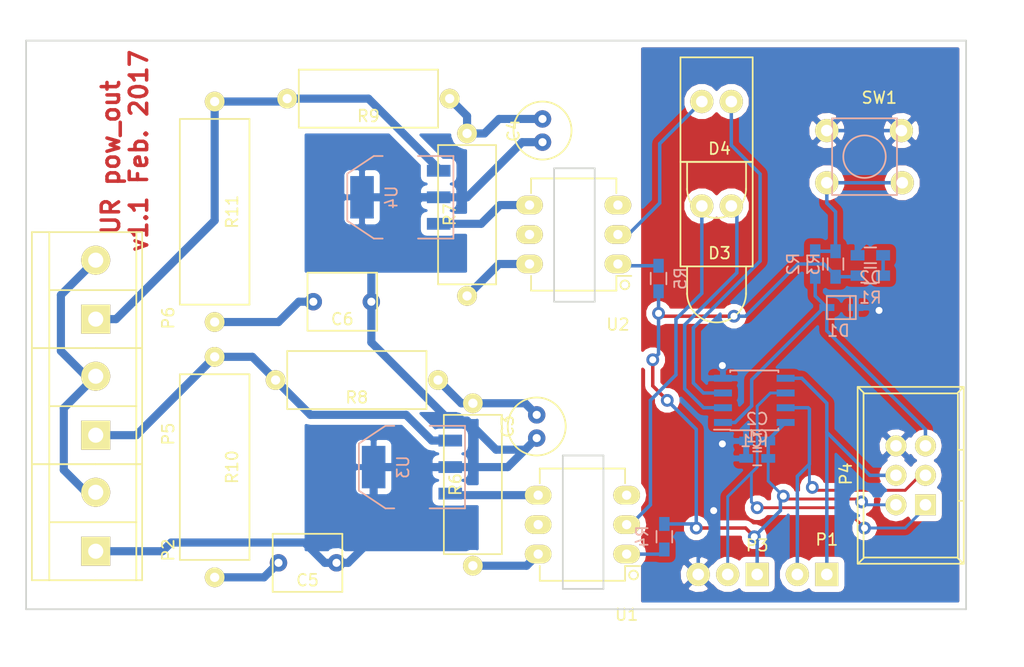
<source format=kicad_pcb>
(kicad_pcb (version 4) (host pcbnew 4.0.4+dfsg1-stable)

  (general
    (links 61)
    (no_connects 0)
    (area 77.924999 73.924999 159.075001 123.075001)
    (thickness 1.6)
    (drawings 13)
    (tracks 221)
    (zones 0)
    (modules 33)
    (nets 27)
  )

  (page A4)
  (layers
    (0 F.Cu signal)
    (31 B.Cu signal)
    (32 B.Adhes user)
    (33 F.Adhes user)
    (34 B.Paste user)
    (35 F.Paste user)
    (36 B.SilkS user)
    (37 F.SilkS user)
    (38 B.Mask user)
    (39 F.Mask user)
    (40 Dwgs.User user)
    (41 Cmts.User user)
    (42 Eco1.User user)
    (43 Eco2.User user)
    (44 Edge.Cuts user)
    (45 Margin user)
    (46 B.CrtYd user)
    (47 F.CrtYd user)
    (48 B.Fab user)
    (49 F.Fab user)
  )

  (setup
    (last_trace_width 0.3)
    (user_trace_width 0.3)
    (user_trace_width 0.5)
    (user_trace_width 0.7)
    (trace_clearance 0.2)
    (zone_clearance 0.508)
    (zone_45_only no)
    (trace_min 0.2)
    (segment_width 0.2)
    (edge_width 0.15)
    (via_size 0.6)
    (via_drill 0.4)
    (via_min_size 0.4)
    (via_min_drill 0.3)
    (user_via 1.1 0.6)
    (user_via 2 1)
    (uvia_size 0.3)
    (uvia_drill 0.1)
    (uvias_allowed no)
    (uvia_min_size 0.2)
    (uvia_min_drill 0.1)
    (pcb_text_width 0.3)
    (pcb_text_size 1.5 1.5)
    (mod_edge_width 0.15)
    (mod_text_size 1 1)
    (mod_text_width 0.15)
    (pad_size 1.524 1.524)
    (pad_drill 0.762)
    (pad_to_mask_clearance 0.2)
    (aux_axis_origin 78 123)
    (visible_elements FFFFFF7F)
    (pcbplotparams
      (layerselection 0x3d000_80000001)
      (usegerberextensions true)
      (excludeedgelayer true)
      (linewidth 0.100000)
      (plotframeref false)
      (viasonmask false)
      (mode 1)
      (useauxorigin true)
      (hpglpennumber 1)
      (hpglpenspeed 20)
      (hpglpendiameter 15)
      (hpglpenoverlay 2)
      (psnegative false)
      (psa4output false)
      (plotreference true)
      (plotvalue true)
      (plotinvisibletext false)
      (padsonsilk false)
      (subtractmaskfromsilk false)
      (outputformat 1)
      (mirror false)
      (drillshape 0)
      (scaleselection 1)
      (outputdirectory Gerber_power_out))
  )

  (net 0 "")
  (net 1 +3V3)
  (net 2 GND)
  (net 3 "Net-(C3-Pad1)")
  (net 4 /L)
  (net 5 "Net-(C4-Pad1)")
  (net 6 "Net-(C5-Pad1)")
  (net 7 "Net-(C6-Pad1)")
  (net 8 ~RESET)
  (net 9 "Net-(D2-Pad2)")
  (net 10 LUC)
  (net 11 "Net-(D3-Pad2)")
  (net 12 GRELEC)
  (net 13 "Net-(D4-Pad2)")
  (net 14 MOSI)
  (net 15 MISO)
  (net 16 SCK)
  (net 17 /N)
  (net 18 "Net-(P5-Pad1)")
  (net 19 "Net-(P6-Pad1)")
  (net 20 "Net-(R2-Pad1)")
  (net 21 "Net-(R4-Pad2)")
  (net 22 "Net-(R5-Pad2)")
  (net 23 "Net-(R6-Pad2)")
  (net 24 "Net-(R7-Pad2)")
  (net 25 "Net-(U1-Pad4)")
  (net 26 "Net-(U2-Pad4)")

  (net_class Default "This is the default net class."
    (clearance 0.2)
    (trace_width 0.25)
    (via_dia 0.6)
    (via_drill 0.4)
    (uvia_dia 0.3)
    (uvia_drill 0.1)
    (add_net +3V3)
    (add_net /L)
    (add_net /N)
    (add_net GND)
    (add_net GRELEC)
    (add_net LUC)
    (add_net MISO)
    (add_net MOSI)
    (add_net "Net-(C3-Pad1)")
    (add_net "Net-(C4-Pad1)")
    (add_net "Net-(C5-Pad1)")
    (add_net "Net-(C6-Pad1)")
    (add_net "Net-(D2-Pad2)")
    (add_net "Net-(D3-Pad2)")
    (add_net "Net-(D4-Pad2)")
    (add_net "Net-(P5-Pad1)")
    (add_net "Net-(P6-Pad1)")
    (add_net "Net-(R2-Pad1)")
    (add_net "Net-(R4-Pad2)")
    (add_net "Net-(R5-Pad2)")
    (add_net "Net-(R6-Pad2)")
    (add_net "Net-(R7-Pad2)")
    (add_net "Net-(U1-Pad4)")
    (add_net "Net-(U2-Pad4)")
    (add_net SCK)
    (add_net ~RESET)
  )

  (module kalilnik:CFR100 (layer F.Cu) (tedit 5895966E) (tstamp 58963C23)
    (at 116.5 112.25 270)
    (path /587512FE)
    (fp_text reference R6 (at 0 1.5 270) (layer F.SilkS)
      (effects (font (size 1 1) (thickness 0.15)))
    )
    (fp_text value 180 (at -0.25 0 270) (layer F.Fab)
      (effects (font (size 1 1) (thickness 0.15)))
    )
    (fp_line (start -6 2.5) (end 6 2.5) (layer F.SilkS) (width 0.15))
    (fp_line (start 6 2.5) (end 6 -2.5) (layer F.SilkS) (width 0.15))
    (fp_line (start 6 -2.5) (end -6 -2.5) (layer F.SilkS) (width 0.15))
    (fp_line (start -6 -2.5) (end -6 2.5) (layer F.SilkS) (width 0.15))
    (pad 1 thru_hole circle (at -7 0 270) (size 1.7 1.7) (drill 0.8) (layers *.Cu *.Mask F.SilkS)
      (net 3 "Net-(C3-Pad1)"))
    (pad 2 thru_hole circle (at 7 0 270) (size 1.7 1.7) (drill 0.8) (layers *.Cu *.Mask F.SilkS)
      (net 23 "Net-(R6-Pad2)"))
  )

  (module kalilnik:SOIC-8_3.9x4.9mm_Pitch1.27mm (layer B.Cu) (tedit 58972887) (tstamp 58963B83)
    (at 140.75 105)
    (descr "8-Lead Plastic Small Outline (SN) - Narrow, 3.90 mm Body [SOIC] (see Microchip Packaging Specification 00000049BS.pdf)")
    (tags "SOIC 1.27")
    (path /588EB4A6)
    (attr smd)
    (fp_text reference IC1 (at 0 3.5) (layer B.SilkS)
      (effects (font (size 1 1) (thickness 0.15)) (justify mirror))
    )
    (fp_text value ATTINY85-S (at -0.5 0.75) (layer B.Fab)
      (effects (font (size 1 1) (thickness 0.15)) (justify mirror))
    )
    (fp_circle (center -1.5 2) (end -1.75 2) (layer B.Fab) (width 0.15))
    (fp_line (start -1.95 2.45) (end -1.95 -2.45) (layer B.Fab) (width 0.15))
    (fp_line (start 1.95 2.45) (end -1.95 2.45) (layer B.Fab) (width 0.15))
    (fp_line (start 1.95 -2.45) (end 1.95 2.45) (layer B.Fab) (width 0.15))
    (fp_line (start -1.95 -2.45) (end 1.95 -2.45) (layer B.Fab) (width 0.15))
    (fp_line (start -3.75 2.75) (end -3.75 -2.75) (layer B.CrtYd) (width 0.05))
    (fp_line (start 3.75 2.75) (end 3.75 -2.75) (layer B.CrtYd) (width 0.05))
    (fp_line (start -3.75 2.75) (end 3.75 2.75) (layer B.CrtYd) (width 0.05))
    (fp_line (start -3.75 -2.75) (end 3.75 -2.75) (layer B.CrtYd) (width 0.05))
    (fp_line (start -2.075 2.575) (end -2.075 2.525) (layer B.SilkS) (width 0.15))
    (fp_line (start 2.075 2.575) (end 2.075 2.43) (layer B.SilkS) (width 0.15))
    (fp_line (start 2.075 -2.575) (end 2.075 -2.43) (layer B.SilkS) (width 0.15))
    (fp_line (start -2.075 -2.575) (end -2.075 -2.43) (layer B.SilkS) (width 0.15))
    (fp_line (start -2.075 2.575) (end 2.075 2.575) (layer B.SilkS) (width 0.15))
    (fp_line (start -2.075 -2.575) (end 2.075 -2.575) (layer B.SilkS) (width 0.15))
    (fp_line (start -2.075 2.525) (end -3.475 2.525) (layer B.SilkS) (width 0.15))
    (pad 1 smd rect (at -2.7 1.905) (size 1.55 0.6) (layers B.Cu B.Paste B.Mask)
      (net 8 ~RESET))
    (pad 2 smd rect (at -2.7 0.635) (size 1.55 0.6) (layers B.Cu B.Paste B.Mask)
      (net 12 GRELEC))
    (pad 3 smd rect (at -2.7 -0.635) (size 1.55 0.6) (layers B.Cu B.Paste B.Mask)
      (net 10 LUC))
    (pad 4 smd rect (at -2.7 -1.905) (size 1.55 0.6) (layers B.Cu B.Paste B.Mask)
      (net 2 GND))
    (pad 5 smd rect (at 2.7 -1.905) (size 1.55 0.6) (layers B.Cu B.Paste B.Mask)
      (net 14 MOSI))
    (pad 6 smd rect (at 2.7 -0.635) (size 1.55 0.6) (layers B.Cu B.Paste B.Mask)
      (net 15 MISO))
    (pad 7 smd rect (at 2.7 0.635) (size 1.55 0.6) (layers B.Cu B.Paste B.Mask)
      (net 16 SCK))
    (pad 8 smd rect (at 2.7 1.905) (size 1.55 0.6) (layers B.Cu B.Paste B.Mask)
      (net 1 +3V3))
    (model Housings_SOIC.3dshapes/SOIC-8_3.9x4.9mm_Pitch1.27mm.wrl
      (at (xyz 0 0 0))
      (scale (xyz 1 1 1))
      (rotate (xyz 0 0 0))
    )
  )

  (module kalilnik:IDC_Header_Straight_6pins (layer F.Cu) (tedit 57C32CCC) (tstamp 58963BBF)
    (at 155.5 114 90)
    (descr "14 pins through hole IDC header")
    (tags "IDC header socket VASCH")
    (path /5874F5A4)
    (fp_text reference P4 (at 2.667 -6.858 90) (layer F.SilkS)
      (effects (font (size 1 1) (thickness 0.15)))
    )
    (fp_text value CONN_02X03 (at 3.175 4.445 90) (layer F.Fab)
      (effects (font (size 1 1) (thickness 0.15)))
    )
    (fp_line (start 9.652 -5.334) (end -4.572 -5.334) (layer F.SilkS) (width 0.15))
    (fp_line (start 10.16 -5.842) (end -5.08 -5.842) (layer F.SilkS) (width 0.15))
    (fp_line (start -4.572 2.794) (end 9.525 2.794) (layer F.SilkS) (width 0.15))
    (fp_line (start -5.08 3.302) (end 10.16 3.302) (layer F.SilkS) (width 0.15))
    (fp_line (start 0.34 2.794) (end 0.34 3.245) (layer F.SilkS) (width 0.15))
    (fp_line (start 4.74 2.794) (end 4.74 3.28) (layer F.SilkS) (width 0.15))
    (fp_line (start -5.08 -5.82) (end -5.08 3.28) (layer F.SilkS) (width 0.15))
    (fp_line (start -4.54 -5.27) (end -4.54 2.73) (layer F.SilkS) (width 0.15))
    (fp_line (start 10.16 -5.82) (end 10.16 3.28) (layer F.SilkS) (width 0.15))
    (fp_line (start 9.6 -5.27) (end 9.6 2.73) (layer F.SilkS) (width 0.15))
    (fp_line (start -5.08 -5.82) (end -4.54 -5.27) (layer F.SilkS) (width 0.15))
    (fp_line (start 10.16 -5.82) (end 9.6 -5.27) (layer F.SilkS) (width 0.15))
    (fp_line (start -5.08 3.28) (end -4.54 2.73) (layer F.SilkS) (width 0.15))
    (fp_line (start 10.16 3.28) (end 9.6 2.73) (layer F.SilkS) (width 0.15))
    (pad 1 thru_hole rect (at 0 0 90) (size 1.8 1.8) (drill 1) (layers *.Cu *.Mask F.SilkS)
      (net 15 MISO))
    (pad 2 thru_hole oval (at 0 -2.54 90) (size 1.8 1.8) (drill 1) (layers *.Cu *.Mask F.SilkS)
      (net 1 +3V3))
    (pad 3 thru_hole oval (at 2.54 0 90) (size 1.8 1.8) (drill 1) (layers *.Cu *.Mask F.SilkS)
      (net 16 SCK))
    (pad 4 thru_hole circle (at 2.54 -2.54 90) (size 1.8 1.8) (drill 1) (layers *.Cu *.Mask F.SilkS)
      (net 14 MOSI))
    (pad 5 thru_hole oval (at 5.08 0 90) (size 1.8 1.8) (drill 1) (layers *.Cu *.Mask F.SilkS)
      (net 8 ~RESET))
    (pad 6 thru_hole circle (at 5.08 -2.54 90) (size 1.8 1.8) (drill 1) (layers *.Cu *.Mask F.SilkS)
      (net 2 GND))
  )

  (module kalilnik:LED_0_1inch (layer F.Cu) (tedit 5873584A) (tstamp 58963B67)
    (at 137.5 79.25 180)
    (path /58752C70)
    (fp_text reference D4 (at -0.254 -4.064 180) (layer F.SilkS)
      (effects (font (size 1 1) (thickness 0.15)))
    )
    (fp_text value Led_Small (at -4.318 -0.762 270) (layer F.Fab)
      (effects (font (size 1 1) (thickness 0.15)))
    )
    (fp_line (start 2.25 -0.75) (end 2.25 -1.75) (layer F.Fab) (width 0.15))
    (fp_line (start 1.75 -1.25) (end 2.75 -1.25) (layer F.Fab) (width 0.15))
    (fp_line (start 2.54 -7.62) (end 2.54 -5.207) (layer F.SilkS) (width 0.15))
    (fp_line (start -2.54 -5.207) (end -2.54 -7.62) (layer F.SilkS) (width 0.15))
    (fp_arc (start 0 -7.493) (end -2.54 -7.493) (angle 180) (layer F.SilkS) (width 0.15))
    (fp_line (start -3.1115 3.81) (end -3.1115 -5.207) (layer F.SilkS) (width 0.15))
    (fp_line (start -3.1115 -5.207) (end 3.1115 -5.207) (layer F.SilkS) (width 0.15))
    (fp_line (start 3.1115 3.81) (end 3.1115 -5.207) (layer F.SilkS) (width 0.15))
    (fp_line (start 3.1115 3.81) (end -3.1115 3.81) (layer F.SilkS) (width 0.15))
    (pad 1 thru_hole circle (at -1.27 0 180) (size 2 2) (drill 1) (layers *.Cu *.Mask F.SilkS)
      (net 10 LUC))
    (pad 2 thru_hole circle (at 1.27 0 180) (size 2 2) (drill 1) (layers *.Cu *.Mask F.SilkS)
      (net 13 "Net-(D4-Pad2)"))
  )

  (module kalilnik:C_0603_HandSoldering (layer B.Cu) (tedit 541A9B4D) (tstamp 58963B04)
    (at 141 110 180)
    (descr "Capacitor SMD 0603, hand soldering")
    (tags "capacitor 0603")
    (path /587C54B7)
    (attr smd)
    (fp_text reference C1 (at 0 1.9 180) (layer B.SilkS)
      (effects (font (size 1 1) (thickness 0.15)) (justify mirror))
    )
    (fp_text value 1u (at 0 -1.9 180) (layer B.Fab)
      (effects (font (size 1 1) (thickness 0.15)) (justify mirror))
    )
    (fp_line (start -1.85 0.75) (end 1.85 0.75) (layer B.CrtYd) (width 0.05))
    (fp_line (start -1.85 -0.75) (end 1.85 -0.75) (layer B.CrtYd) (width 0.05))
    (fp_line (start -1.85 0.75) (end -1.85 -0.75) (layer B.CrtYd) (width 0.05))
    (fp_line (start 1.85 0.75) (end 1.85 -0.75) (layer B.CrtYd) (width 0.05))
    (fp_line (start -0.35 0.6) (end 0.35 0.6) (layer B.SilkS) (width 0.15))
    (fp_line (start 0.35 -0.6) (end -0.35 -0.6) (layer B.SilkS) (width 0.15))
    (pad 1 smd rect (at -0.95 0 180) (size 1.2 0.75) (layers B.Cu B.Paste B.Mask)
      (net 1 +3V3))
    (pad 2 smd rect (at 0.95 0 180) (size 1.2 0.75) (layers B.Cu B.Paste B.Mask)
      (net 2 GND))
    (model Capacitors_SMD.3dshapes/C_0603_HandSoldering.wrl
      (at (xyz 0 0 0))
      (scale (xyz 1 1 1))
      (rotate (xyz 0 0 0))
    )
  )

  (module kalilnik:C_0603_HandSoldering (layer B.Cu) (tedit 541A9B4D) (tstamp 58963B10)
    (at 141 108.5 180)
    (descr "Capacitor SMD 0603, hand soldering")
    (tags "capacitor 0603")
    (path /587C57A3)
    (attr smd)
    (fp_text reference C2 (at 0 1.9 180) (layer B.SilkS)
      (effects (font (size 1 1) (thickness 0.15)) (justify mirror))
    )
    (fp_text value 100n (at 0 -1.9 180) (layer B.Fab)
      (effects (font (size 1 1) (thickness 0.15)) (justify mirror))
    )
    (fp_line (start -1.85 0.75) (end 1.85 0.75) (layer B.CrtYd) (width 0.05))
    (fp_line (start -1.85 -0.75) (end 1.85 -0.75) (layer B.CrtYd) (width 0.05))
    (fp_line (start -1.85 0.75) (end -1.85 -0.75) (layer B.CrtYd) (width 0.05))
    (fp_line (start 1.85 0.75) (end 1.85 -0.75) (layer B.CrtYd) (width 0.05))
    (fp_line (start -0.35 0.6) (end 0.35 0.6) (layer B.SilkS) (width 0.15))
    (fp_line (start 0.35 -0.6) (end -0.35 -0.6) (layer B.SilkS) (width 0.15))
    (pad 1 smd rect (at -0.95 0 180) (size 1.2 0.75) (layers B.Cu B.Paste B.Mask)
      (net 1 +3V3))
    (pad 2 smd rect (at 0.95 0 180) (size 1.2 0.75) (layers B.Cu B.Paste B.Mask)
      (net 2 GND))
    (model Capacitors_SMD.3dshapes/C_0603_HandSoldering.wrl
      (at (xyz 0 0 0))
      (scale (xyz 1 1 1))
      (rotate (xyz 0 0 0))
    )
  )

  (module kalilnik:C_5x11_2 (layer F.Cu) (tedit 58962C50) (tstamp 58963B17)
    (at 122 107.25 270)
    (path /5875147F)
    (fp_text reference C3 (at 0 2.5 270) (layer F.SilkS)
      (effects (font (size 1 1) (thickness 0.15)))
    )
    (fp_text value 200n (at -0.5 -3 270) (layer F.Fab)
      (effects (font (size 1 1) (thickness 0.15)))
    )
    (fp_circle (center 0 0) (end 0 -2.5) (layer F.SilkS) (width 0.15))
    (pad 1 thru_hole circle (at -1 0 270) (size 1.5 1.5) (drill 0.7) (layers *.Cu *.Mask)
      (net 3 "Net-(C3-Pad1)"))
    (pad 2 thru_hole circle (at 1 0 270) (size 1.5 1.5) (drill 0.7) (layers *.Cu *.Mask)
      (net 4 /L))
  )

  (module kalilnik:C_5x11_2 (layer F.Cu) (tedit 58962C50) (tstamp 58963B1E)
    (at 122.5 81.75 270)
    (path /589668A7)
    (fp_text reference C4 (at 0 2.5 270) (layer F.SilkS)
      (effects (font (size 1 1) (thickness 0.15)))
    )
    (fp_text value 200n (at -0.5 -3 270) (layer F.Fab)
      (effects (font (size 1 1) (thickness 0.15)))
    )
    (fp_circle (center 0 0) (end 0 -2.5) (layer F.SilkS) (width 0.15))
    (pad 1 thru_hole circle (at -1 0 270) (size 1.5 1.5) (drill 0.7) (layers *.Cu *.Mask)
      (net 5 "Net-(C4-Pad1)"))
    (pad 2 thru_hole circle (at 1 0 270) (size 1.5 1.5) (drill 0.7) (layers *.Cu *.Mask)
      (net 4 /L))
  )

  (module kalilnik:c_60pF (layer F.Cu) (tedit 58962D80) (tstamp 58963B28)
    (at 102.25 119)
    (path /58751B54)
    (fp_text reference C5 (at 0 1.5) (layer F.SilkS)
      (effects (font (size 1 1) (thickness 0.15)))
    )
    (fp_text value "50n 500V+" (at 0.5 -3) (layer F.Fab)
      (effects (font (size 1 1) (thickness 0.15)))
    )
    (fp_line (start -3 2.5) (end 3 2.5) (layer F.SilkS) (width 0.15))
    (fp_line (start 3 2.5) (end 3 -2.5) (layer F.SilkS) (width 0.15))
    (fp_line (start 3 -2.5) (end -3 -2.5) (layer F.SilkS) (width 0.15))
    (fp_line (start -3 -2.5) (end -3 2.5) (layer F.SilkS) (width 0.15))
    (pad 1 thru_hole circle (at -2.5 0) (size 1.5 1.5) (drill 0.7) (layers *.Cu *.Mask)
      (net 6 "Net-(C5-Pad1)"))
    (pad 2 thru_hole circle (at 2.5 0) (size 1.5 1.5) (drill 0.7) (layers *.Cu *.Mask)
      (net 4 /L))
  )

  (module kalilnik:c_60pF (layer F.Cu) (tedit 58962D80) (tstamp 58963B32)
    (at 105.25 96.5)
    (path /589668C8)
    (fp_text reference C6 (at 0 1.5) (layer F.SilkS)
      (effects (font (size 1 1) (thickness 0.15)))
    )
    (fp_text value "50n 500V+" (at 0.5 -3) (layer F.Fab)
      (effects (font (size 1 1) (thickness 0.15)))
    )
    (fp_line (start -3 2.5) (end 3 2.5) (layer F.SilkS) (width 0.15))
    (fp_line (start 3 2.5) (end 3 -2.5) (layer F.SilkS) (width 0.15))
    (fp_line (start 3 -2.5) (end -3 -2.5) (layer F.SilkS) (width 0.15))
    (fp_line (start -3 -2.5) (end -3 2.5) (layer F.SilkS) (width 0.15))
    (pad 1 thru_hole circle (at -2.5 0) (size 1.5 1.5) (drill 0.7) (layers *.Cu *.Mask)
      (net 7 "Net-(C6-Pad1)"))
    (pad 2 thru_hole circle (at 2.5 0) (size 1.5 1.5) (drill 0.7) (layers *.Cu *.Mask)
      (net 4 /L))
  )

  (module kalilnik:SOD323F (layer B.Cu) (tedit 58972894) (tstamp 58963B3D)
    (at 148 97 180)
    (path /588CD978)
    (fp_text reference D1 (at 0 -2 180) (layer B.SilkS)
      (effects (font (size 1 1) (thickness 0.15)) (justify mirror))
    )
    (fp_text value ESD_1CH (at 0 0.5 180) (layer B.Fab)
      (effects (font (size 1 1) (thickness 0.15)) (justify mirror))
    )
    (fp_line (start -1 1) (end -1 -1) (layer B.SilkS) (width 0.15))
    (fp_line (start -1.5 1) (end -1.5 -1) (layer B.SilkS) (width 0.15))
    (fp_line (start -1.5 -1) (end 1 -1) (layer B.SilkS) (width 0.15))
    (fp_line (start 1 -1) (end 1 1) (layer B.SilkS) (width 0.15))
    (fp_line (start 1 1) (end -1.5 1) (layer B.SilkS) (width 0.15))
    (pad 1 smd rect (at -1.5 0 180) (size 1.3 0.6) (layers B.Cu B.Paste B.Mask)
      (net 2 GND))
    (pad 2 smd rect (at 1 0 180) (size 1.3 0.6) (layers B.Cu B.Paste B.Mask)
      (net 8 ~RESET))
  )

  (module kalilnik:R_0603_HandSoldering (layer B.Cu) (tedit 5897288F) (tstamp 58963B49)
    (at 150.75 92.5)
    (descr "Resistor SMD 0603, hand soldering")
    (tags "resistor 0603")
    (path /5875469B)
    (attr smd)
    (fp_text reference D2 (at 0 1.9) (layer B.SilkS)
      (effects (font (size 1 1) (thickness 0.15)) (justify mirror))
    )
    (fp_text value Led_Small (at -0.25 -0.25) (layer B.Fab)
      (effects (font (size 1 1) (thickness 0.15)) (justify mirror))
    )
    (fp_line (start -2 0.8) (end 2 0.8) (layer B.CrtYd) (width 0.05))
    (fp_line (start -2 -0.8) (end 2 -0.8) (layer B.CrtYd) (width 0.05))
    (fp_line (start -2 0.8) (end -2 -0.8) (layer B.CrtYd) (width 0.05))
    (fp_line (start 2 0.8) (end 2 -0.8) (layer B.CrtYd) (width 0.05))
    (fp_line (start 0.5 -0.675) (end -0.5 -0.675) (layer B.SilkS) (width 0.15))
    (fp_line (start -0.5 0.675) (end 0.5 0.675) (layer B.SilkS) (width 0.15))
    (pad 1 smd rect (at -1.1 0) (size 1.2 0.9) (layers B.Cu B.Paste B.Mask)
      (net 2 GND))
    (pad 2 smd rect (at 1.1 0) (size 1.2 0.9) (layers B.Cu B.Paste B.Mask)
      (net 9 "Net-(D2-Pad2)"))
    (model Resistors_SMD.3dshapes/R_0603_HandSoldering.wrl
      (at (xyz 0 0 0))
      (scale (xyz 1 1 1))
      (rotate (xyz 0 0 0))
    )
  )

  (module kalilnik:CONN_2x1x2.54 (layer F.Cu) (tedit 588FB954) (tstamp 58963B8D)
    (at 147 120 180)
    (path /588EEE62)
    (fp_text reference P1 (at 0 3 180) (layer F.SilkS)
      (effects (font (size 1 1) (thickness 0.15)))
    )
    (fp_text value CONN_01X02 (at 1 -3 180) (layer F.Fab)
      (effects (font (size 1 1) (thickness 0.15)))
    )
    (fp_line (start -1.5 -2) (end 4 -2) (layer F.CrtYd) (width 0.15))
    (fp_line (start 4 -2) (end 4 1.5) (layer F.CrtYd) (width 0.15))
    (fp_line (start 4 1.5) (end -1.5 1.5) (layer F.CrtYd) (width 0.15))
    (fp_line (start -1.5 1.5) (end -1.5 -2) (layer F.CrtYd) (width 0.15))
    (pad 1 thru_hole rect (at 0 0 180) (size 2 2) (drill 1) (layers *.Cu *.Mask F.SilkS)
      (net 14 MOSI))
    (pad 2 thru_hole circle (at 2.54 0 180) (size 2 2) (drill 1) (layers *.Cu *.Mask F.SilkS)
      (net 16 SCK))
  )

  (module kalilnik:CONN_2x1x5.08 (layer F.Cu) (tedit 57BE0B79) (tstamp 58963B9C)
    (at 84 118 90)
    (path /58962F2B)
    (fp_text reference P2 (at 0.1 6.25 90) (layer F.SilkS)
      (effects (font (size 1 1) (thickness 0.15)))
    )
    (fp_text value CONN_01X02 (at 1.1 -7.4 90) (layer F.Fab)
      (effects (font (size 1 1) (thickness 0.15)))
    )
    (fp_line (start 2.5 -4) (end 2.5 3.5) (layer F.SilkS) (width 0.15))
    (fp_line (start -2.5 3.5) (end 7.5 3.5) (layer F.SilkS) (width 0.15))
    (fp_line (start -2.5 -4) (end 7.5 -4) (layer F.SilkS) (width 0.15))
    (fp_line (start -2.5 0) (end -2.5 4) (layer F.SilkS) (width 0.15))
    (fp_line (start -2.5 4) (end 7.5 4) (layer F.SilkS) (width 0.15))
    (fp_line (start 7.5 4) (end 7.5 0) (layer F.SilkS) (width 0.15))
    (fp_line (start 7.5 0) (end 7.5 -5.5) (layer F.SilkS) (width 0.15))
    (fp_line (start 7.5 -5.5) (end -2.5 -5.5) (layer F.SilkS) (width 0.15))
    (fp_line (start -2.5 -5.5) (end -2.5 0) (layer F.SilkS) (width 0.15))
    (pad 1 thru_hole rect (at 0 0 90) (size 2.5 2.5) (drill 1.3) (layers *.Cu *.Mask F.SilkS)
      (net 4 /L))
    (pad 2 thru_hole circle (at 5.08 0 90) (size 2.5 2.5) (drill 1.3) (layers *.Cu *.Mask F.SilkS)
      (net 17 /N))
  )

  (module kalilnik:CONN_3x1x2.54 (layer F.Cu) (tedit 5896306C) (tstamp 58963BA7)
    (at 141 120 180)
    (path /58967635)
    (fp_text reference P3 (at 0 2.5 180) (layer F.SilkS)
      (effects (font (size 1 1) (thickness 0.15)))
    )
    (fp_text value CONN_01X03 (at 3.5 -2.5 180) (layer F.Fab)
      (effects (font (size 1 1) (thickness 0.15)))
    )
    (fp_line (start -1.5 -1.5) (end 6.5 -1.5) (layer F.CrtYd) (width 0.15))
    (fp_line (start 6.5 -1.5) (end 6.5 1.5) (layer F.CrtYd) (width 0.15))
    (fp_line (start 6.5 1.5) (end -1.5 1.5) (layer F.CrtYd) (width 0.15))
    (fp_line (start -1.5 1.5) (end -1.5 -1.5) (layer F.CrtYd) (width 0.15))
    (pad 1 thru_hole rect (at 0 0 180) (size 2 2) (drill 1) (layers *.Cu *.Mask F.SilkS)
      (net 1 +3V3))
    (pad 2 thru_hole circle (at 2.54 0 180) (size 2 2) (drill 1) (layers *.Cu *.Mask F.SilkS)
      (net 15 MISO))
    (pad 3 thru_hole circle (at 5.08 0 180) (size 2 2) (drill 1) (layers *.Cu *.Mask F.SilkS)
      (net 2 GND))
  )

  (module kalilnik:CONN_2x1x5.08 (layer F.Cu) (tedit 57BE0B79) (tstamp 58963BCE)
    (at 84 108 90)
    (path /5875235C)
    (fp_text reference P5 (at 0.1 6.25 90) (layer F.SilkS)
      (effects (font (size 1 1) (thickness 0.15)))
    )
    (fp_text value CONN_01X02 (at 1.1 -7.4 90) (layer F.Fab)
      (effects (font (size 1 1) (thickness 0.15)))
    )
    (fp_line (start 2.5 -4) (end 2.5 3.5) (layer F.SilkS) (width 0.15))
    (fp_line (start -2.5 3.5) (end 7.5 3.5) (layer F.SilkS) (width 0.15))
    (fp_line (start -2.5 -4) (end 7.5 -4) (layer F.SilkS) (width 0.15))
    (fp_line (start -2.5 0) (end -2.5 4) (layer F.SilkS) (width 0.15))
    (fp_line (start -2.5 4) (end 7.5 4) (layer F.SilkS) (width 0.15))
    (fp_line (start 7.5 4) (end 7.5 0) (layer F.SilkS) (width 0.15))
    (fp_line (start 7.5 0) (end 7.5 -5.5) (layer F.SilkS) (width 0.15))
    (fp_line (start 7.5 -5.5) (end -2.5 -5.5) (layer F.SilkS) (width 0.15))
    (fp_line (start -2.5 -5.5) (end -2.5 0) (layer F.SilkS) (width 0.15))
    (pad 1 thru_hole rect (at 0 0 90) (size 2.5 2.5) (drill 1.3) (layers *.Cu *.Mask F.SilkS)
      (net 18 "Net-(P5-Pad1)"))
    (pad 2 thru_hole circle (at 5.08 0 90) (size 2.5 2.5) (drill 1.3) (layers *.Cu *.Mask F.SilkS)
      (net 17 /N))
  )

  (module kalilnik:CONN_2x1x5.08 (layer F.Cu) (tedit 57BE0B79) (tstamp 58963BDD)
    (at 84 98 90)
    (path /589668D2)
    (fp_text reference P6 (at 0.1 6.25 90) (layer F.SilkS)
      (effects (font (size 1 1) (thickness 0.15)))
    )
    (fp_text value CONN_01X02 (at 1.1 -7.4 90) (layer F.Fab)
      (effects (font (size 1 1) (thickness 0.15)))
    )
    (fp_line (start 2.5 -4) (end 2.5 3.5) (layer F.SilkS) (width 0.15))
    (fp_line (start -2.5 3.5) (end 7.5 3.5) (layer F.SilkS) (width 0.15))
    (fp_line (start -2.5 -4) (end 7.5 -4) (layer F.SilkS) (width 0.15))
    (fp_line (start -2.5 0) (end -2.5 4) (layer F.SilkS) (width 0.15))
    (fp_line (start -2.5 4) (end 7.5 4) (layer F.SilkS) (width 0.15))
    (fp_line (start 7.5 4) (end 7.5 0) (layer F.SilkS) (width 0.15))
    (fp_line (start 7.5 0) (end 7.5 -5.5) (layer F.SilkS) (width 0.15))
    (fp_line (start 7.5 -5.5) (end -2.5 -5.5) (layer F.SilkS) (width 0.15))
    (fp_line (start -2.5 -5.5) (end -2.5 0) (layer F.SilkS) (width 0.15))
    (pad 1 thru_hole rect (at 0 0 90) (size 2.5 2.5) (drill 1.3) (layers *.Cu *.Mask F.SilkS)
      (net 19 "Net-(P6-Pad1)"))
    (pad 2 thru_hole circle (at 5.08 0 90) (size 2.5 2.5) (drill 1.3) (layers *.Cu *.Mask F.SilkS)
      (net 17 /N))
  )

  (module kalilnik:R_0603_HandSoldering (layer B.Cu) (tedit 58972891) (tstamp 58963BE9)
    (at 150.75 94.25)
    (descr "Resistor SMD 0603, hand soldering")
    (tags "resistor 0603")
    (path /58754599)
    (attr smd)
    (fp_text reference R1 (at 0 1.9) (layer B.SilkS)
      (effects (font (size 1 1) (thickness 0.15)) (justify mirror))
    )
    (fp_text value R (at -0.25 -0.25) (layer B.Fab)
      (effects (font (size 1 1) (thickness 0.15)) (justify mirror))
    )
    (fp_line (start -2 0.8) (end 2 0.8) (layer B.CrtYd) (width 0.05))
    (fp_line (start -2 -0.8) (end 2 -0.8) (layer B.CrtYd) (width 0.05))
    (fp_line (start -2 0.8) (end -2 -0.8) (layer B.CrtYd) (width 0.05))
    (fp_line (start 2 0.8) (end 2 -0.8) (layer B.CrtYd) (width 0.05))
    (fp_line (start 0.5 -0.675) (end -0.5 -0.675) (layer B.SilkS) (width 0.15))
    (fp_line (start -0.5 0.675) (end 0.5 0.675) (layer B.SilkS) (width 0.15))
    (pad 1 smd rect (at -1.1 0) (size 1.2 0.9) (layers B.Cu B.Paste B.Mask)
      (net 1 +3V3))
    (pad 2 smd rect (at 1.1 0) (size 1.2 0.9) (layers B.Cu B.Paste B.Mask)
      (net 9 "Net-(D2-Pad2)"))
    (model Resistors_SMD.3dshapes/R_0603_HandSoldering.wrl
      (at (xyz 0 0 0))
      (scale (xyz 1 1 1))
      (rotate (xyz 0 0 0))
    )
  )

  (module kalilnik:R_0603_HandSoldering (layer B.Cu) (tedit 58972896) (tstamp 58963BF5)
    (at 146 93.25 270)
    (descr "Resistor SMD 0603, hand soldering")
    (tags "resistor 0603")
    (path /58757B3F)
    (attr smd)
    (fp_text reference R2 (at 0 1.9 270) (layer B.SilkS)
      (effects (font (size 1 1) (thickness 0.15)) (justify mirror))
    )
    (fp_text value 220 (at 0 -0.25 270) (layer B.Fab)
      (effects (font (size 1 1) (thickness 0.15)) (justify mirror))
    )
    (fp_line (start -2 0.8) (end 2 0.8) (layer B.CrtYd) (width 0.05))
    (fp_line (start -2 -0.8) (end 2 -0.8) (layer B.CrtYd) (width 0.05))
    (fp_line (start -2 0.8) (end -2 -0.8) (layer B.CrtYd) (width 0.05))
    (fp_line (start 2 0.8) (end 2 -0.8) (layer B.CrtYd) (width 0.05))
    (fp_line (start 0.5 -0.675) (end -0.5 -0.675) (layer B.SilkS) (width 0.15))
    (fp_line (start -0.5 0.675) (end 0.5 0.675) (layer B.SilkS) (width 0.15))
    (pad 1 smd rect (at -1.1 0 270) (size 1.2 0.9) (layers B.Cu B.Paste B.Mask)
      (net 20 "Net-(R2-Pad1)"))
    (pad 2 smd rect (at 1.1 0 270) (size 1.2 0.9) (layers B.Cu B.Paste B.Mask)
      (net 8 ~RESET))
    (model Resistors_SMD.3dshapes/R_0603_HandSoldering.wrl
      (at (xyz 0 0 0))
      (scale (xyz 1 1 1))
      (rotate (xyz 0 0 0))
    )
  )

  (module kalilnik:R_0603_HandSoldering (layer B.Cu) (tedit 5897289C) (tstamp 58963C01)
    (at 147.75 93.25 270)
    (descr "Resistor SMD 0603, hand soldering")
    (tags "resistor 0603")
    (path /58757B45)
    (attr smd)
    (fp_text reference R3 (at 0 1.9 270) (layer B.SilkS)
      (effects (font (size 1 1) (thickness 0.15)) (justify mirror))
    )
    (fp_text value 10k (at 0.25 0 270) (layer B.Fab)
      (effects (font (size 1 1) (thickness 0.15)) (justify mirror))
    )
    (fp_line (start -2 0.8) (end 2 0.8) (layer B.CrtYd) (width 0.05))
    (fp_line (start -2 -0.8) (end 2 -0.8) (layer B.CrtYd) (width 0.05))
    (fp_line (start -2 0.8) (end -2 -0.8) (layer B.CrtYd) (width 0.05))
    (fp_line (start 2 0.8) (end 2 -0.8) (layer B.CrtYd) (width 0.05))
    (fp_line (start 0.5 -0.675) (end -0.5 -0.675) (layer B.SilkS) (width 0.15))
    (fp_line (start -0.5 0.675) (end 0.5 0.675) (layer B.SilkS) (width 0.15))
    (pad 1 smd rect (at -1.1 0 270) (size 1.2 0.9) (layers B.Cu B.Paste B.Mask)
      (net 20 "Net-(R2-Pad1)"))
    (pad 2 smd rect (at 1.1 0 270) (size 1.2 0.9) (layers B.Cu B.Paste B.Mask)
      (net 1 +3V3))
    (model Resistors_SMD.3dshapes/R_0603_HandSoldering.wrl
      (at (xyz 0 0 0))
      (scale (xyz 1 1 1))
      (rotate (xyz 0 0 0))
    )
  )

  (module kalilnik:R_0603_HandSoldering (layer B.Cu) (tedit 5897288A) (tstamp 58963C0D)
    (at 133 116.75 270)
    (descr "Resistor SMD 0603, hand soldering")
    (tags "resistor 0603")
    (path /58750229)
    (attr smd)
    (fp_text reference R4 (at 0 1.9 270) (layer B.SilkS)
      (effects (font (size 1 1) (thickness 0.15)) (justify mirror))
    )
    (fp_text value 220 (at 0 -0.25 270) (layer B.Fab)
      (effects (font (size 1 1) (thickness 0.15)) (justify mirror))
    )
    (fp_line (start -2 0.8) (end 2 0.8) (layer B.CrtYd) (width 0.05))
    (fp_line (start -2 -0.8) (end 2 -0.8) (layer B.CrtYd) (width 0.05))
    (fp_line (start -2 0.8) (end -2 -0.8) (layer B.CrtYd) (width 0.05))
    (fp_line (start 2 0.8) (end 2 -0.8) (layer B.CrtYd) (width 0.05))
    (fp_line (start 0.5 -0.675) (end -0.5 -0.675) (layer B.SilkS) (width 0.15))
    (fp_line (start -0.5 0.675) (end 0.5 0.675) (layer B.SilkS) (width 0.15))
    (pad 1 smd rect (at -1.1 0 270) (size 1.2 0.9) (layers B.Cu B.Paste B.Mask)
      (net 1 +3V3))
    (pad 2 smd rect (at 1.1 0 270) (size 1.2 0.9) (layers B.Cu B.Paste B.Mask)
      (net 21 "Net-(R4-Pad2)"))
    (model Resistors_SMD.3dshapes/R_0603_HandSoldering.wrl
      (at (xyz 0 0 0))
      (scale (xyz 1 1 1))
      (rotate (xyz 0 0 0))
    )
  )

  (module kalilnik:R_0603_HandSoldering (layer B.Cu) (tedit 589728A3) (tstamp 58963C19)
    (at 132.5 94.5 90)
    (descr "Resistor SMD 0603, hand soldering")
    (tags "resistor 0603")
    (path /58752C76)
    (attr smd)
    (fp_text reference R5 (at 0 1.9 90) (layer B.SilkS)
      (effects (font (size 1 1) (thickness 0.15)) (justify mirror))
    )
    (fp_text value 220 (at 0 0 90) (layer B.Fab)
      (effects (font (size 1 1) (thickness 0.15)) (justify mirror))
    )
    (fp_line (start -2 0.8) (end 2 0.8) (layer B.CrtYd) (width 0.05))
    (fp_line (start -2 -0.8) (end 2 -0.8) (layer B.CrtYd) (width 0.05))
    (fp_line (start -2 0.8) (end -2 -0.8) (layer B.CrtYd) (width 0.05))
    (fp_line (start 2 0.8) (end 2 -0.8) (layer B.CrtYd) (width 0.05))
    (fp_line (start 0.5 -0.675) (end -0.5 -0.675) (layer B.SilkS) (width 0.15))
    (fp_line (start -0.5 0.675) (end 0.5 0.675) (layer B.SilkS) (width 0.15))
    (pad 1 smd rect (at -1.1 0 90) (size 1.2 0.9) (layers B.Cu B.Paste B.Mask)
      (net 1 +3V3))
    (pad 2 smd rect (at 1.1 0 90) (size 1.2 0.9) (layers B.Cu B.Paste B.Mask)
      (net 22 "Net-(R5-Pad2)"))
    (model Resistors_SMD.3dshapes/R_0603_HandSoldering.wrl
      (at (xyz 0 0 0))
      (scale (xyz 1 1 1))
      (rotate (xyz 0 0 0))
    )
  )

  (module kalilnik:CFR100 (layer F.Cu) (tedit 5895966E) (tstamp 58963C2D)
    (at 116 89 270)
    (path /5896689A)
    (fp_text reference R7 (at 0 1.5 270) (layer F.SilkS)
      (effects (font (size 1 1) (thickness 0.15)))
    )
    (fp_text value 180 (at -0.25 0 270) (layer F.Fab)
      (effects (font (size 1 1) (thickness 0.15)))
    )
    (fp_line (start -6 2.5) (end 6 2.5) (layer F.SilkS) (width 0.15))
    (fp_line (start 6 2.5) (end 6 -2.5) (layer F.SilkS) (width 0.15))
    (fp_line (start 6 -2.5) (end -6 -2.5) (layer F.SilkS) (width 0.15))
    (fp_line (start -6 -2.5) (end -6 2.5) (layer F.SilkS) (width 0.15))
    (pad 1 thru_hole circle (at -7 0 270) (size 1.7 1.7) (drill 0.8) (layers *.Cu *.Mask F.SilkS)
      (net 5 "Net-(C4-Pad1)"))
    (pad 2 thru_hole circle (at 7 0 270) (size 1.7 1.7) (drill 0.8) (layers *.Cu *.Mask F.SilkS)
      (net 24 "Net-(R7-Pad2)"))
  )

  (module kalilnik:CFR100 (layer F.Cu) (tedit 5895966E) (tstamp 58963C37)
    (at 106.5 103.25)
    (path /587513B6)
    (fp_text reference R8 (at 0 1.5) (layer F.SilkS)
      (effects (font (size 1 1) (thickness 0.15)))
    )
    (fp_text value 2k4 (at -0.25 0) (layer F.Fab)
      (effects (font (size 1 1) (thickness 0.15)))
    )
    (fp_line (start -6 2.5) (end 6 2.5) (layer F.SilkS) (width 0.15))
    (fp_line (start 6 2.5) (end 6 -2.5) (layer F.SilkS) (width 0.15))
    (fp_line (start 6 -2.5) (end -6 -2.5) (layer F.SilkS) (width 0.15))
    (fp_line (start -6 -2.5) (end -6 2.5) (layer F.SilkS) (width 0.15))
    (pad 1 thru_hole circle (at -7 0) (size 1.7 1.7) (drill 0.8) (layers *.Cu *.Mask F.SilkS)
      (net 18 "Net-(P5-Pad1)"))
    (pad 2 thru_hole circle (at 7 0) (size 1.7 1.7) (drill 0.8) (layers *.Cu *.Mask F.SilkS)
      (net 3 "Net-(C3-Pad1)"))
  )

  (module kalilnik:CFR100 (layer F.Cu) (tedit 5895966E) (tstamp 58963C41)
    (at 107.5 79)
    (path /589668A0)
    (fp_text reference R9 (at 0 1.5) (layer F.SilkS)
      (effects (font (size 1 1) (thickness 0.15)))
    )
    (fp_text value 2k4 (at -0.25 0) (layer F.Fab)
      (effects (font (size 1 1) (thickness 0.15)))
    )
    (fp_line (start -6 2.5) (end 6 2.5) (layer F.SilkS) (width 0.15))
    (fp_line (start 6 2.5) (end 6 -2.5) (layer F.SilkS) (width 0.15))
    (fp_line (start 6 -2.5) (end -6 -2.5) (layer F.SilkS) (width 0.15))
    (fp_line (start -6 -2.5) (end -6 2.5) (layer F.SilkS) (width 0.15))
    (pad 1 thru_hole circle (at -7 0) (size 1.7 1.7) (drill 0.8) (layers *.Cu *.Mask F.SilkS)
      (net 19 "Net-(P6-Pad1)"))
    (pad 2 thru_hole circle (at 7 0) (size 1.7 1.7) (drill 0.8) (layers *.Cu *.Mask F.SilkS)
      (net 5 "Net-(C4-Pad1)"))
  )

  (module kalilnik:CFR200 (layer F.Cu) (tedit 589596B6) (tstamp 58963C4B)
    (at 94.25 110.75 90)
    (path /58751AC4)
    (fp_text reference R10 (at 0 1.5 90) (layer F.SilkS)
      (effects (font (size 1 1) (thickness 0.15)))
    )
    (fp_text value "39 2W" (at -0.25 0 90) (layer F.Fab)
      (effects (font (size 1 1) (thickness 0.15)))
    )
    (fp_line (start -8 3) (end 8 3) (layer F.SilkS) (width 0.15))
    (fp_line (start 8 3) (end 8 -3) (layer F.SilkS) (width 0.15))
    (fp_line (start 8 -3) (end -8 -3) (layer F.SilkS) (width 0.15))
    (fp_line (start -8 -3) (end -8 3) (layer F.SilkS) (width 0.15))
    (pad 1 thru_hole circle (at -9.5 0 90) (size 1.7 1.7) (drill 0.8) (layers *.Cu *.Mask F.SilkS)
      (net 6 "Net-(C5-Pad1)"))
    (pad 2 thru_hole circle (at 9.5 0 90) (size 1.7 1.7) (drill 0.8) (layers *.Cu *.Mask F.SilkS)
      (net 18 "Net-(P5-Pad1)"))
  )

  (module kalilnik:CFR200 (layer F.Cu) (tedit 589596B6) (tstamp 58963C55)
    (at 94.25 88.75 90)
    (path /589668C1)
    (fp_text reference R11 (at 0 1.5 90) (layer F.SilkS)
      (effects (font (size 1 1) (thickness 0.15)))
    )
    (fp_text value "39 2W" (at -0.25 0 90) (layer F.Fab)
      (effects (font (size 1 1) (thickness 0.15)))
    )
    (fp_line (start -8 3) (end 8 3) (layer F.SilkS) (width 0.15))
    (fp_line (start 8 3) (end 8 -3) (layer F.SilkS) (width 0.15))
    (fp_line (start 8 -3) (end -8 -3) (layer F.SilkS) (width 0.15))
    (fp_line (start -8 -3) (end -8 3) (layer F.SilkS) (width 0.15))
    (pad 1 thru_hole circle (at -9.5 0 90) (size 1.7 1.7) (drill 0.8) (layers *.Cu *.Mask F.SilkS)
      (net 7 "Net-(C6-Pad1)"))
    (pad 2 thru_hole circle (at 9.5 0 90) (size 1.7 1.7) (drill 0.8) (layers *.Cu *.Mask F.SilkS)
      (net 19 "Net-(P6-Pad1)"))
  )

  (module kalilnik:DIP-6_W7.62mm_LongPads (layer F.Cu) (tedit 57BE0A8C) (tstamp 58963C78)
    (at 129.75 118.25 180)
    (descr "6-lead dip package, row spacing 7.62 mm (300 mils), longer pads")
    (tags "dil dip 2.54 300")
    (path /5875013A)
    (fp_text reference U1 (at 0 -5.22 180) (layer F.SilkS)
      (effects (font (size 1 1) (thickness 0.15)))
    )
    (fp_text value TRIAC_OPTOCOUPLER (at 7.45 -3.4 180) (layer F.Fab)
      (effects (font (size 1 1) (thickness 0.15)))
    )
    (fp_circle (center -0.6 -1.8) (end -0.45 -1.45) (layer F.SilkS) (width 0.15))
    (fp_line (start -1.4 -2.45) (end -1.4 7.55) (layer F.CrtYd) (width 0.05))
    (fp_line (start 9 -2.45) (end 9 7.55) (layer F.CrtYd) (width 0.05))
    (fp_line (start -1.4 -2.45) (end 9 -2.45) (layer F.CrtYd) (width 0.05))
    (fp_line (start -1.4 7.55) (end 9 7.55) (layer F.CrtYd) (width 0.05))
    (fp_line (start 0.135 -2.295) (end 0.135 -1.025) (layer F.SilkS) (width 0.15))
    (fp_line (start 7.485 -2.295) (end 7.485 -1.025) (layer F.SilkS) (width 0.15))
    (fp_line (start 7.485 7.375) (end 7.485 6.105) (layer F.SilkS) (width 0.15))
    (fp_line (start 0.135 7.375) (end 0.135 6.105) (layer F.SilkS) (width 0.15))
    (fp_line (start 0.135 -2.295) (end 7.485 -2.295) (layer F.SilkS) (width 0.15))
    (fp_line (start 0.135 7.375) (end 7.485 7.375) (layer F.SilkS) (width 0.15))
    (fp_line (start 0.135 -1.025) (end -1.15 -1.025) (layer F.SilkS) (width 0.15))
    (pad 1 thru_hole oval (at 0 0 180) (size 2.3 1.6) (drill 0.8) (layers *.Cu *.Mask F.SilkS)
      (net 21 "Net-(R4-Pad2)"))
    (pad 2 thru_hole oval (at 0 2.54 180) (size 2.3 1.6) (drill 0.8) (layers *.Cu *.Mask F.SilkS)
      (net 11 "Net-(D3-Pad2)"))
    (pad 3 thru_hole oval (at 0 5.08 180) (size 2.3 1.6) (drill 0.8) (layers *.Cu *.Mask F.SilkS))
    (pad 4 thru_hole oval (at 7.62 5.08 180) (size 2.3 1.6) (drill 0.8) (layers *.Cu *.Mask F.SilkS)
      (net 25 "Net-(U1-Pad4)"))
    (pad 5 thru_hole oval (at 7.62 2.54 180) (size 2.3 1.6) (drill 0.8) (layers *.Cu *.Mask F.SilkS))
    (pad 6 thru_hole oval (at 7.62 0 180) (size 2.3 1.6) (drill 0.8) (layers *.Cu *.Mask F.SilkS)
      (net 23 "Net-(R6-Pad2)"))
    (model Housings_DIP.3dshapes/DIP-6_W7.62mm_LongPads.wrl
      (at (xyz 0 0 0))
      (scale (xyz 1 1 1))
      (rotate (xyz 0 0 0))
    )
  )

  (module kalilnik:DIP-6_W7.62mm_LongPads (layer F.Cu) (tedit 57BE0A8C) (tstamp 58963C8E)
    (at 129 93.25 180)
    (descr "6-lead dip package, row spacing 7.62 mm (300 mils), longer pads")
    (tags "dil dip 2.54 300")
    (path /58966894)
    (fp_text reference U2 (at 0 -5.22 180) (layer F.SilkS)
      (effects (font (size 1 1) (thickness 0.15)))
    )
    (fp_text value TRIAC_OPTOCOUPLER (at 7.45 -3.4 180) (layer F.Fab)
      (effects (font (size 1 1) (thickness 0.15)))
    )
    (fp_circle (center -0.6 -1.8) (end -0.45 -1.45) (layer F.SilkS) (width 0.15))
    (fp_line (start -1.4 -2.45) (end -1.4 7.55) (layer F.CrtYd) (width 0.05))
    (fp_line (start 9 -2.45) (end 9 7.55) (layer F.CrtYd) (width 0.05))
    (fp_line (start -1.4 -2.45) (end 9 -2.45) (layer F.CrtYd) (width 0.05))
    (fp_line (start -1.4 7.55) (end 9 7.55) (layer F.CrtYd) (width 0.05))
    (fp_line (start 0.135 -2.295) (end 0.135 -1.025) (layer F.SilkS) (width 0.15))
    (fp_line (start 7.485 -2.295) (end 7.485 -1.025) (layer F.SilkS) (width 0.15))
    (fp_line (start 7.485 7.375) (end 7.485 6.105) (layer F.SilkS) (width 0.15))
    (fp_line (start 0.135 7.375) (end 0.135 6.105) (layer F.SilkS) (width 0.15))
    (fp_line (start 0.135 -2.295) (end 7.485 -2.295) (layer F.SilkS) (width 0.15))
    (fp_line (start 0.135 7.375) (end 7.485 7.375) (layer F.SilkS) (width 0.15))
    (fp_line (start 0.135 -1.025) (end -1.15 -1.025) (layer F.SilkS) (width 0.15))
    (pad 1 thru_hole oval (at 0 0 180) (size 2.3 1.6) (drill 0.8) (layers *.Cu *.Mask F.SilkS)
      (net 22 "Net-(R5-Pad2)"))
    (pad 2 thru_hole oval (at 0 2.54 180) (size 2.3 1.6) (drill 0.8) (layers *.Cu *.Mask F.SilkS)
      (net 13 "Net-(D4-Pad2)"))
    (pad 3 thru_hole oval (at 0 5.08 180) (size 2.3 1.6) (drill 0.8) (layers *.Cu *.Mask F.SilkS))
    (pad 4 thru_hole oval (at 7.62 5.08 180) (size 2.3 1.6) (drill 0.8) (layers *.Cu *.Mask F.SilkS)
      (net 26 "Net-(U2-Pad4)"))
    (pad 5 thru_hole oval (at 7.62 2.54 180) (size 2.3 1.6) (drill 0.8) (layers *.Cu *.Mask F.SilkS))
    (pad 6 thru_hole oval (at 7.62 0 180) (size 2.3 1.6) (drill 0.8) (layers *.Cu *.Mask F.SilkS)
      (net 24 "Net-(R7-Pad2)"))
    (model Housings_DIP.3dshapes/DIP-6_W7.62mm_LongPads.wrl
      (at (xyz 0 0 0))
      (scale (xyz 1 1 1))
      (rotate (xyz 0 0 0))
    )
  )

  (module kalilnik:LED_0_1inch (layer F.Cu) (tedit 5873584A) (tstamp 58963B58)
    (at 137.5 88.25 180)
    (path /5875018E)
    (fp_text reference D3 (at -0.254 -4.064 180) (layer F.SilkS)
      (effects (font (size 1 1) (thickness 0.15)))
    )
    (fp_text value Led_Small (at -4.318 -0.762 270) (layer F.Fab)
      (effects (font (size 1 1) (thickness 0.15)))
    )
    (fp_line (start 2.25 -0.75) (end 2.25 -1.75) (layer F.Fab) (width 0.15))
    (fp_line (start 1.75 -1.25) (end 2.75 -1.25) (layer F.Fab) (width 0.15))
    (fp_line (start 2.54 -7.62) (end 2.54 -5.207) (layer F.SilkS) (width 0.15))
    (fp_line (start -2.54 -5.207) (end -2.54 -7.62) (layer F.SilkS) (width 0.15))
    (fp_arc (start 0 -7.493) (end -2.54 -7.493) (angle 180) (layer F.SilkS) (width 0.15))
    (fp_line (start -3.1115 3.81) (end -3.1115 -5.207) (layer F.SilkS) (width 0.15))
    (fp_line (start -3.1115 -5.207) (end 3.1115 -5.207) (layer F.SilkS) (width 0.15))
    (fp_line (start 3.1115 3.81) (end 3.1115 -5.207) (layer F.SilkS) (width 0.15))
    (fp_line (start 3.1115 3.81) (end -3.1115 3.81) (layer F.SilkS) (width 0.15))
    (pad 1 thru_hole circle (at -1.27 0 180) (size 2 2) (drill 1) (layers *.Cu *.Mask F.SilkS)
      (net 12 GRELEC))
    (pad 2 thru_hole circle (at 1.27 0 180) (size 2 2) (drill 1) (layers *.Cu *.Mask F.SilkS)
      (net 11 "Net-(D3-Pad2)"))
  )

  (module kalilnik:TACTILE_SWTICH_4PIN (layer F.Cu) (tedit 589748B2) (tstamp 58963C62)
    (at 150.25 84 180)
    (path /58757B4B)
    (fp_text reference SW1 (at -1.27 5.08 180) (layer F.SilkS)
      (effects (font (size 1 1) (thickness 0.15)))
    )
    (fp_text value SW_PUSH (at 0.508 -4.572 180) (layer F.Fab)
      (effects (font (size 1 1) (thickness 0.15)))
    )
    (fp_circle (center 0 0) (end 1.016 1.524) (layer B.SilkS) (width 0.15))
    (fp_line (start -2.794 3.302) (end 2.794 3.302) (layer B.SilkS) (width 0.15))
    (fp_line (start 2.794 3.302) (end 2.794 -3.302) (layer B.SilkS) (width 0.15))
    (fp_line (start 2.794 -3.302) (end -2.794 -3.302) (layer B.SilkS) (width 0.15))
    (fp_line (start -2.794 -3.302) (end -2.794 3.302) (layer B.SilkS) (width 0.15))
    (pad 1 thru_hole circle (at -3.2512 -2.2479 180) (size 2 2) (drill 1) (layers *.Cu *.Mask F.SilkS)
      (net 20 "Net-(R2-Pad1)"))
    (pad 2 thru_hole circle (at 3.2512 -2.2479 180) (size 2 2) (drill 1) (layers *.Cu *.Mask F.SilkS)
      (net 20 "Net-(R2-Pad1)"))
    (pad 3 thru_hole circle (at -3.175 2.2479 180) (size 2 2) (drill 1) (layers *.Cu *.Mask F.SilkS)
      (net 2 GND))
    (pad 4 thru_hole circle (at 3.2512 2.2479 180) (size 2 2) (drill 1) (layers *.Cu *.Mask F.SilkS)
      (net 2 GND))
  )

  (module my_footprints:SOT-223_THERMAL (layer B.Cu) (tedit 5897AF4E) (tstamp 5897B281)
    (at 111.25 110.75 270)
    (descr "module CMS SOT223 4 pins")
    (tags "CMS SOT")
    (path /5897B1C0)
    (attr smd)
    (fp_text reference U3 (at 0 0.762 270) (layer B.SilkS)
      (effects (font (size 1 1) (thickness 0.15)) (justify mirror))
    )
    (fp_text value TRIAC (at 0 -0.762 270) (layer B.Fab)
      (effects (font (size 1 1) (thickness 0.15)) (justify mirror))
    )
    (fp_line (start -3.556 -1.524) (end -3.556 -4.572) (layer B.SilkS) (width 0.15))
    (fp_line (start -3.556 -4.572) (end 3.556 -4.572) (layer B.SilkS) (width 0.15))
    (fp_line (start 3.556 -4.572) (end 3.556 -1.524) (layer B.SilkS) (width 0.15))
    (fp_line (start -3.556 1.524) (end -3.556 2.286) (layer B.SilkS) (width 0.15))
    (fp_line (start -3.556 2.286) (end -2.032 4.572) (layer B.SilkS) (width 0.15))
    (fp_line (start -2.032 4.572) (end 2.032 4.572) (layer B.SilkS) (width 0.15))
    (fp_line (start 2.032 4.572) (end 3.556 2.286) (layer B.SilkS) (width 0.15))
    (fp_line (start 3.556 2.286) (end 3.556 1.524) (layer B.SilkS) (width 0.15))
    (pad 2 smd rect (at 0 3.302 270) (size 3.6576 2.032) (layers B.Cu B.Paste B.Mask)
      (net 4 /L))
    (pad 2 smd rect (at 0 -3.302 270) (size 1.016 2.032) (layers B.Cu B.Paste B.Mask)
      (net 4 /L))
    (pad 3 smd rect (at 2.286 -3.302 270) (size 1.016 2.032) (layers B.Cu B.Paste B.Mask)
      (net 25 "Net-(U1-Pad4)"))
    (pad 1 smd rect (at -2.286 -3.302 270) (size 1.016 2.032) (layers B.Cu B.Paste B.Mask)
      (net 18 "Net-(P5-Pad1)"))
    (model TO_SOT_Packages_SMD.3dshapes/SOT-223.wrl
      (at (xyz 0 0 0))
      (scale (xyz 0.4 0.4 0.4))
      (rotate (xyz 0 0 0))
    )
  )

  (module my_footprints:SOT-223_THERMAL (layer B.Cu) (tedit 5897AF4E) (tstamp 5897B290)
    (at 110.25 87.5 270)
    (descr "module CMS SOT223 4 pins")
    (tags "CMS SOT")
    (path /589668B4)
    (attr smd)
    (fp_text reference U4 (at 0 0.762 270) (layer B.SilkS)
      (effects (font (size 1 1) (thickness 0.15)) (justify mirror))
    )
    (fp_text value TRIAC (at 0 -0.762 270) (layer B.Fab)
      (effects (font (size 1 1) (thickness 0.15)) (justify mirror))
    )
    (fp_line (start -3.556 -1.524) (end -3.556 -4.572) (layer B.SilkS) (width 0.15))
    (fp_line (start -3.556 -4.572) (end 3.556 -4.572) (layer B.SilkS) (width 0.15))
    (fp_line (start 3.556 -4.572) (end 3.556 -1.524) (layer B.SilkS) (width 0.15))
    (fp_line (start -3.556 1.524) (end -3.556 2.286) (layer B.SilkS) (width 0.15))
    (fp_line (start -3.556 2.286) (end -2.032 4.572) (layer B.SilkS) (width 0.15))
    (fp_line (start -2.032 4.572) (end 2.032 4.572) (layer B.SilkS) (width 0.15))
    (fp_line (start 2.032 4.572) (end 3.556 2.286) (layer B.SilkS) (width 0.15))
    (fp_line (start 3.556 2.286) (end 3.556 1.524) (layer B.SilkS) (width 0.15))
    (pad 2 smd rect (at 0 3.302 270) (size 3.6576 2.032) (layers B.Cu B.Paste B.Mask)
      (net 4 /L))
    (pad 2 smd rect (at 0 -3.302 270) (size 1.016 2.032) (layers B.Cu B.Paste B.Mask)
      (net 4 /L))
    (pad 3 smd rect (at 2.286 -3.302 270) (size 1.016 2.032) (layers B.Cu B.Paste B.Mask)
      (net 26 "Net-(U2-Pad4)"))
    (pad 1 smd rect (at -2.286 -3.302 270) (size 1.016 2.032) (layers B.Cu B.Paste B.Mask)
      (net 19 "Net-(P6-Pad1)"))
    (model TO_SOT_Packages_SMD.3dshapes/SOT-223.wrl
      (at (xyz 0 0 0))
      (scale (xyz 0.4 0.4 0.4))
      (rotate (xyz 0 0 0))
    )
  )

  (gr_text "UR pow_out \nv1.1 Feb. 2017" (at 86.5 83.5 90) (layer F.Cu)
    (effects (font (size 1.5 1.5) (thickness 0.3)))
  )
  (gr_line (start 123.5 85) (end 123.5 96.5) (angle 90) (layer Edge.Cuts) (width 0.15) (tstamp 58964AC1))
  (gr_line (start 123.5 96.5) (end 127 96.5) (angle 90) (layer Edge.Cuts) (width 0.15) (tstamp 58964AC0))
  (gr_line (start 127 96.5) (end 127 85) (angle 90) (layer Edge.Cuts) (width 0.15) (tstamp 58964ABF))
  (gr_line (start 127 85) (end 123.5 85) (angle 90) (layer Edge.Cuts) (width 0.15) (tstamp 58964ABE))
  (gr_line (start 78 123) (end 159 123) (angle 90) (layer Edge.Cuts) (width 0.15))
  (gr_line (start 78 74) (end 78 123) (angle 90) (layer Edge.Cuts) (width 0.15))
  (gr_line (start 159 74) (end 78 74) (angle 90) (layer Edge.Cuts) (width 0.15))
  (gr_line (start 159 123) (end 159 74) (angle 90) (layer Edge.Cuts) (width 0.15))
  (gr_line (start 127.75 109.75) (end 124.25 109.75) (angle 90) (layer Edge.Cuts) (width 0.15))
  (gr_line (start 127.75 121.25) (end 127.75 109.75) (angle 90) (layer Edge.Cuts) (width 0.15))
  (gr_line (start 124.25 121.25) (end 127.75 121.25) (angle 90) (layer Edge.Cuts) (width 0.15))
  (gr_line (start 124.25 109.75) (end 124.25 121.25) (angle 90) (layer Edge.Cuts) (width 0.15))

  (segment (start 139 97.75) (end 140 97.75) (width 0.3) (layer B.Cu) (net 1))
  (segment (start 132.75 97.75) (end 139 97.75) (width 0.3) (layer F.Cu) (net 1) (tstamp 589649C0))
  (segment (start 132.5 97.5) (end 132.75 97.75) (width 0.3) (layer F.Cu) (net 1) (tstamp 589649BF))
  (via (at 132.5 97.5) (size 1.1) (drill 0.6) (layers F.Cu B.Cu) (net 1))
  (via (at 139 97.75) (size 1.1) (drill 0.6) (layers F.Cu B.Cu) (net 1))
  (segment (start 146.75 93.25) (end 147.75 94.25) (width 0.3) (layer B.Cu) (net 1) (tstamp 58964AD5))
  (segment (start 144.5 93.25) (end 146.75 93.25) (width 0.3) (layer B.Cu) (net 1) (tstamp 58964AD3))
  (segment (start 140 97.75) (end 144.5 93.25) (width 0.3) (layer B.Cu) (net 1) (tstamp 58964AD2))
  (segment (start 147.75 94.25) (end 147.75 94.35) (width 0.3) (layer B.Cu) (net 1) (tstamp 58964AD6))
  (segment (start 135.75 116) (end 135.75 107.5) (width 0.3) (layer B.Cu) (net 1))
  (segment (start 132.5 101) (end 132.5 97.5) (width 0.3) (layer B.Cu) (net 1) (tstamp 58964ACF))
  (segment (start 132 101.5) (end 132.5 101) (width 0.3) (layer B.Cu) (net 1) (tstamp 58964ACE))
  (via (at 132 101.5) (size 1.1) (drill 0.6) (layers F.Cu B.Cu) (net 1))
  (segment (start 132 103.75) (end 132 101.5) (width 0.3) (layer F.Cu) (net 1) (tstamp 58964ACA))
  (segment (start 133.25 105) (end 132 103.75) (width 0.3) (layer F.Cu) (net 1) (tstamp 58964AC9))
  (via (at 133.25 105) (size 1.1) (drill 0.6) (layers F.Cu B.Cu) (net 1))
  (segment (start 135.75 107.5) (end 133.25 105) (width 0.3) (layer B.Cu) (net 1) (tstamp 58964AC5))
  (segment (start 147.75 94.35) (end 149.55 94.35) (width 0.3) (layer B.Cu) (net 1))
  (segment (start 149.55 94.35) (end 149.65 94.25) (width 0.3) (layer B.Cu) (net 1) (tstamp 58964A92))
  (segment (start 140.75 116.75) (end 143 114.5) (width 0.3) (layer B.Cu) (net 1))
  (segment (start 143 113.5) (end 143.25 113.25) (width 0.3) (layer B.Cu) (net 1) (tstamp 58964A79))
  (segment (start 143 114.5) (end 143 113.5) (width 0.3) (layer B.Cu) (net 1) (tstamp 58964A78))
  (segment (start 152.96 114) (end 150.25 114) (width 0.25) (layer B.Cu) (net 1))
  (segment (start 150.25 114) (end 150 113.75) (width 0.25) (layer B.Cu) (net 1) (tstamp 58964A6B))
  (via (at 150 113.75) (size 1.1) (drill 0.6) (layers F.Cu B.Cu) (net 1))
  (segment (start 150 113.75) (end 149.75 113.5) (width 0.25) (layer F.Cu) (net 1) (tstamp 58964A6E))
  (segment (start 149.75 113.5) (end 143.5 113.5) (width 0.25) (layer F.Cu) (net 1) (tstamp 58964A6F))
  (segment (start 143.5 113.5) (end 143.25 113.25) (width 0.25) (layer F.Cu) (net 1) (tstamp 58964A71))
  (via (at 143.25 113.25) (size 1.1) (drill 0.6) (layers F.Cu B.Cu) (net 1))
  (segment (start 141.95 111.95) (end 141.95 110) (width 0.25) (layer B.Cu) (net 1) (tstamp 58964A74))
  (segment (start 143.25 113.25) (end 141.95 111.95) (width 0.25) (layer B.Cu) (net 1) (tstamp 58964A73))
  (segment (start 141 120) (end 141 117) (width 0.3) (layer B.Cu) (net 1))
  (segment (start 135.4 115.65) (end 133 115.65) (width 0.3) (layer B.Cu) (net 1) (tstamp 58964A17))
  (segment (start 135.75 116) (end 135.4 115.65) (width 0.3) (layer B.Cu) (net 1) (tstamp 58964A16))
  (via (at 135.75 116) (size 1.1) (drill 0.6) (layers F.Cu B.Cu) (net 1))
  (segment (start 140 116) (end 135.75 116) (width 0.3) (layer F.Cu) (net 1) (tstamp 58964A11))
  (segment (start 140.75 116.75) (end 140 116) (width 0.3) (layer F.Cu) (net 1) (tstamp 58964A10))
  (via (at 140.75 116.75) (size 1.1) (drill 0.6) (layers F.Cu B.Cu) (net 1))
  (segment (start 141 117) (end 140.75 116.75) (width 0.3) (layer B.Cu) (net 1) (tstamp 58964A0E))
  (segment (start 141.95 108.5) (end 141.95 108.405) (width 0.3) (layer B.Cu) (net 1))
  (segment (start 141.95 108.405) (end 143.45 106.905) (width 0.3) (layer B.Cu) (net 1) (tstamp 589649CA))
  (segment (start 141.95 110) (end 141.95 108.5) (width 0.3) (layer B.Cu) (net 1))
  (segment (start 132.5 95.6) (end 132.5 97.5) (width 0.3) (layer B.Cu) (net 1))
  (segment (start 153.425 81.7521) (end 153.425 81.925) (width 0.3) (layer B.Cu) (net 2))
  (segment (start 153.425 81.925) (end 155.5 84) (width 0.3) (layer B.Cu) (net 2) (tstamp 58977D65))
  (segment (start 151 90.75) (end 149.65 92.1) (width 0.3) (layer B.Cu) (net 2) (tstamp 58977D6C))
  (segment (start 152 90.75) (end 151 90.75) (width 0.3) (layer B.Cu) (net 2) (tstamp 58977D6A))
  (segment (start 155.5 87.25) (end 152 90.75) (width 0.3) (layer B.Cu) (net 2) (tstamp 58977D68))
  (segment (start 155.5 84) (end 155.5 87.25) (width 0.3) (layer B.Cu) (net 2) (tstamp 58977D66))
  (segment (start 149.65 92.1) (end 149.65 92.5) (width 0.3) (layer B.Cu) (net 2) (tstamp 58977D6D))
  (segment (start 146.9988 81.7521) (end 153.425 81.7521) (width 0.3) (layer B.Cu) (net 2))
  (segment (start 149.5 97) (end 151.25 97) (width 0.3) (layer B.Cu) (net 2))
  (via (at 151.5 97.25) (size 1.1) (drill 0.6) (layers F.Cu B.Cu) (net 2))
  (segment (start 151.25 97) (end 151.5 97.25) (width 0.3) (layer B.Cu) (net 2) (tstamp 58964AB2))
  (segment (start 140.05 108.5) (end 138.25 108.5) (width 0.3) (layer B.Cu) (net 2))
  (via (at 138 108.75) (size 1.1) (drill 0.6) (layers F.Cu B.Cu) (net 2))
  (segment (start 138.25 108.5) (end 138 108.75) (width 0.3) (layer B.Cu) (net 2) (tstamp 58964A82))
  (segment (start 138.05 103.095) (end 138.05 102.05) (width 0.3) (layer B.Cu) (net 2))
  (via (at 138 102) (size 1.1) (drill 0.6) (layers F.Cu B.Cu) (net 2))
  (segment (start 138.05 102.05) (end 138 102) (width 0.3) (layer B.Cu) (net 2) (tstamp 58964A7E))
  (segment (start 135.92 120) (end 135.92 118.58) (width 0.3) (layer B.Cu) (net 2))
  (via (at 137.25 114.5) (size 1.1) (drill 0.6) (layers F.Cu B.Cu) (net 2))
  (segment (start 137 114.75) (end 137.25 114.5) (width 0.3) (layer B.Cu) (net 2) (tstamp 58964A1C))
  (segment (start 137 117.5) (end 137 114.75) (width 0.3) (layer B.Cu) (net 2) (tstamp 58964A1B))
  (segment (start 135.92 118.58) (end 137 117.5) (width 0.3) (layer B.Cu) (net 2) (tstamp 58964A1A))
  (segment (start 140.05 110) (end 140.05 108.5) (width 0.3) (layer B.Cu) (net 2))
  (segment (start 140.05 108.5) (end 140 108.45) (width 0.3) (layer B.Cu) (net 2) (tstamp 589649CE))
  (segment (start 122 106.25) (end 121 105.25) (width 0.7) (layer B.Cu) (net 3))
  (segment (start 121 105.25) (end 116.5 105.25) (width 0.7) (layer B.Cu) (net 3) (tstamp 5897B06F))
  (segment (start 116.5 105.25) (end 115.5 105.25) (width 0.7) (layer B.Cu) (net 3))
  (segment (start 115.5 105.25) (end 113.5 103.25) (width 0.7) (layer B.Cu) (net 3) (tstamp 58964637))
  (segment (start 106.948 87.5) (end 113.552 87.5) (width 0.7) (layer B.Cu) (net 4))
  (segment (start 107.948 110.75) (end 114.552 110.75) (width 0.7) (layer B.Cu) (net 4))
  (segment (start 104.75 119) (end 105.75 119) (width 0.7) (layer B.Cu) (net 4))
  (segment (start 107.948 116.802) (end 107.948 110.75) (width 0.7) (layer B.Cu) (net 4) (tstamp 5897B2A0))
  (segment (start 105.75 119) (end 107.948 116.802) (width 0.7) (layer B.Cu) (net 4) (tstamp 5897B29F))
  (segment (start 113.552 87.5) (end 116 87.5) (width 0.7) (layer B.Cu) (net 4))
  (segment (start 120.75 82.75) (end 122.5 82.75) (width 0.7) (layer B.Cu) (net 4) (tstamp 5897B086))
  (segment (start 116 87.5) (end 120.75 82.75) (width 0.7) (layer B.Cu) (net 4) (tstamp 5897B085))
  (segment (start 107.75 96.5) (end 107.75 92.75) (width 0.7) (layer B.Cu) (net 4))
  (segment (start 112 87.5) (end 113.552 87.5) (width 0.7) (layer B.Cu) (net 4) (tstamp 5897B07E))
  (segment (start 110.75 88.75) (end 112 87.5) (width 0.7) (layer B.Cu) (net 4) (tstamp 5897B07D))
  (segment (start 110.75 89.75) (end 110.75 88.75) (width 0.7) (layer B.Cu) (net 4) (tstamp 5897B07C))
  (segment (start 107.75 92.75) (end 110.75 89.75) (width 0.7) (layer B.Cu) (net 4) (tstamp 5897B07B))
  (segment (start 121 109.25) (end 118.5 109.25) (width 0.7) (layer B.Cu) (net 4))
  (segment (start 107.75 100) (end 107.75 96.5) (width 0.7) (layer B.Cu) (net 4) (tstamp 5897B077))
  (segment (start 114.5 106.75) (end 107.75 100) (width 0.7) (layer B.Cu) (net 4) (tstamp 5897B076))
  (segment (start 116 106.75) (end 114.5 106.75) (width 0.7) (layer B.Cu) (net 4) (tstamp 5897B075))
  (segment (start 118.5 109.25) (end 116 106.75) (width 0.7) (layer B.Cu) (net 4) (tstamp 5897B074))
  (segment (start 114.552 110.75) (end 119.5 110.75) (width 0.7) (layer B.Cu) (net 4))
  (segment (start 119.5 110.75) (end 121 109.25) (width 0.7) (layer B.Cu) (net 4) (tstamp 5897B066))
  (segment (start 121 109.25) (end 122 108.25) (width 0.7) (layer B.Cu) (net 4) (tstamp 5897B072))
  (segment (start 104.75 119) (end 103.75 119) (width 0.7) (layer B.Cu) (net 4))
  (segment (start 90.5 117.25) (end 90.25 117.5) (width 0.7) (layer B.Cu) (net 4) (tstamp 58964619))
  (segment (start 102 117.25) (end 90.5 117.25) (width 0.7) (layer B.Cu) (net 4) (tstamp 58964618))
  (segment (start 103.75 119) (end 102 117.25) (width 0.7) (layer B.Cu) (net 4) (tstamp 58964617))
  (segment (start 84 118) (end 89.75 118) (width 0.7) (layer B.Cu) (net 4))
  (segment (start 89.75 118) (end 90.25 117.5) (width 0.7) (layer B.Cu) (net 4) (tstamp 5896460D))
  (segment (start 116 82) (end 116 80.5) (width 0.7) (layer B.Cu) (net 5))
  (segment (start 116 80.5) (end 114.5 79) (width 0.7) (layer B.Cu) (net 5) (tstamp 58964681))
  (segment (start 122.5 80.75) (end 118.75 80.75) (width 0.7) (layer B.Cu) (net 5))
  (segment (start 117.5 82) (end 116 82) (width 0.7) (layer B.Cu) (net 5) (tstamp 5896467E))
  (segment (start 118.75 80.75) (end 117.5 82) (width 0.7) (layer B.Cu) (net 5) (tstamp 5896467D))
  (segment (start 94.25 120.25) (end 98.5 120.25) (width 0.7) (layer B.Cu) (net 6))
  (segment (start 98.5 120.25) (end 99.75 119) (width 0.7) (layer B.Cu) (net 6) (tstamp 58964613))
  (segment (start 102.75 96.5) (end 101.5 96.5) (width 0.7) (layer B.Cu) (net 7))
  (segment (start 99.75 98.25) (end 94.25 98.25) (width 0.7) (layer B.Cu) (net 7) (tstamp 58964656))
  (segment (start 101.5 96.5) (end 99.75 98.25) (width 0.7) (layer B.Cu) (net 7) (tstamp 58964655))
  (segment (start 147 97) (end 146.75 97) (width 0.3) (layer B.Cu) (net 8))
  (segment (start 146.75 97) (end 140.524998 103.225002) (width 0.3) (layer B.Cu) (net 8) (tstamp 58964AAB))
  (segment (start 139.095 106.905) (end 138.05 106.905) (width 0.3) (layer B.Cu) (net 8) (tstamp 58964AAF))
  (segment (start 140.524998 105.475002) (end 139.095 106.905) (width 0.3) (layer B.Cu) (net 8) (tstamp 58964AAE))
  (segment (start 140.524998 103.225002) (end 140.524998 105.475002) (width 0.3) (layer B.Cu) (net 8) (tstamp 58964AAC))
  (segment (start 155.5 108.92) (end 155.5 107.5) (width 0.3) (layer B.Cu) (net 8))
  (segment (start 147 99) (end 147 97) (width 0.3) (layer B.Cu) (net 8) (tstamp 58964AA7))
  (segment (start 155.5 107.5) (end 147 99) (width 0.3) (layer B.Cu) (net 8) (tstamp 58964AA5))
  (segment (start 146 94.35) (end 146 96) (width 0.3) (layer B.Cu) (net 8))
  (segment (start 146 96) (end 147 97) (width 0.3) (layer B.Cu) (net 8) (tstamp 58964A8F))
  (segment (start 151.85 92.5) (end 151.85 94.25) (width 0.3) (layer B.Cu) (net 9))
  (segment (start 138.77 79.25) (end 138.77 83.02) (width 0.3) (layer B.Cu) (net 10))
  (segment (start 136.365 104.365) (end 138.05 104.365) (width 0.3) (layer B.Cu) (net 10) (tstamp 589649B1))
  (segment (start 135.5 103.5) (end 136.365 104.365) (width 0.3) (layer B.Cu) (net 10) (tstamp 589649B0))
  (segment (start 135.5 98.75) (end 135.5 103.5) (width 0.3) (layer B.Cu) (net 10) (tstamp 589649AE))
  (segment (start 141.25 93) (end 135.5 98.75) (width 0.3) (layer B.Cu) (net 10) (tstamp 589649AC))
  (segment (start 141.25 85.5) (end 141.25 93) (width 0.3) (layer B.Cu) (net 10) (tstamp 589649AA))
  (segment (start 138.77 83.02) (end 141.25 85.5) (width 0.3) (layer B.Cu) (net 10) (tstamp 589649A8))
  (segment (start 129.75 115.71) (end 130.09 115.71) (width 0.3) (layer B.Cu) (net 11))
  (segment (start 130.09 115.71) (end 131.8 114) (width 0.3) (layer B.Cu) (net 11) (tstamp 58B46D12))
  (segment (start 131.8 114) (end 131.8 105) (width 0.3) (layer B.Cu) (net 11) (tstamp 58B46D16))
  (segment (start 131.8 105) (end 134 102.8) (width 0.3) (layer B.Cu) (net 11) (tstamp 58B46D18))
  (segment (start 134 102.8) (end 134 101.75) (width 0.3) (layer B.Cu) (net 11) (tstamp 58B46D1B))
  (segment (start 136.23 95.77) (end 136.23 88.25) (width 0.3) (layer B.Cu) (net 11) (tstamp 589649EE))
  (segment (start 134 98) (end 136.23 95.77) (width 0.3) (layer B.Cu) (net 11) (tstamp 589649EC))
  (segment (start 134 101.75) (end 134 98) (width 0.3) (layer B.Cu) (net 11) (tstamp 589649EA))
  (segment (start 138.05 105.635) (end 136.385 105.635) (width 0.3) (layer B.Cu) (net 12))
  (segment (start 139.25 94) (end 139.25 88.73) (width 0.3) (layer B.Cu) (net 12) (tstamp 589649E0))
  (segment (start 134.75 98.5) (end 139.25 94) (width 0.3) (layer B.Cu) (net 12) (tstamp 589649DE))
  (segment (start 134.75 104) (end 134.75 98.5) (width 0.3) (layer B.Cu) (net 12) (tstamp 589649DC))
  (segment (start 136.385 105.635) (end 134.75 104) (width 0.3) (layer B.Cu) (net 12) (tstamp 589649DA))
  (segment (start 139.25 88.73) (end 138.77 88.25) (width 0.3) (layer B.Cu) (net 12) (tstamp 589649E2))
  (segment (start 136.23 79.25) (end 132.6 82.88) (width 0.3) (layer B.Cu) (net 13))
  (segment (start 132.6 88) (end 132.6 82.88) (width 0.3) (layer B.Cu) (net 13) (tstamp 58B46D2A))
  (segment (start 132.6 88) (end 129.89 90.71) (width 0.3) (layer B.Cu) (net 13) (tstamp 58B46D29))
  (segment (start 129 90.71) (end 129.89 90.71) (width 0.3) (layer B.Cu) (net 13))
  (segment (start 152.96 111.46) (end 150.71 111.46) (width 0.3) (layer B.Cu) (net 14))
  (segment (start 150.71 111.46) (end 147 107.75) (width 0.3) (layer B.Cu) (net 14) (tstamp 58964A30))
  (segment (start 147 120) (end 147 107.75) (width 0.3) (layer B.Cu) (net 14))
  (segment (start 147 107.75) (end 147 105.25) (width 0.3) (layer B.Cu) (net 14) (tstamp 58964A34))
  (segment (start 144.845 103.095) (end 143.45 103.095) (width 0.3) (layer B.Cu) (net 14) (tstamp 58964A2C))
  (segment (start 147 105.25) (end 144.845 103.095) (width 0.3) (layer B.Cu) (net 14) (tstamp 58964A2A))
  (segment (start 155.5 114) (end 155.5 114.25) (width 0.25) (layer B.Cu) (net 15))
  (segment (start 155.5 114.25) (end 153.75 116) (width 0.25) (layer B.Cu) (net 15) (tstamp 58964A5C))
  (segment (start 140.5 113.75) (end 140.5 111.25) (width 0.25) (layer B.Cu) (net 15) (tstamp 58964A66))
  (segment (start 141 114.25) (end 140.5 113.75) (width 0.25) (layer B.Cu) (net 15) (tstamp 58964A65))
  (via (at 141 114.25) (size 1.1) (drill 0.6) (layers F.Cu B.Cu) (net 15))
  (segment (start 148.5 114.25) (end 141 114.25) (width 0.25) (layer F.Cu) (net 15) (tstamp 58964A62))
  (segment (start 150.25 116) (end 148.5 114.25) (width 0.25) (layer F.Cu) (net 15) (tstamp 58964A61))
  (via (at 150.25 116) (size 1.1) (drill 0.6) (layers F.Cu B.Cu) (net 15))
  (segment (start 153.75 116) (end 150.25 116) (width 0.25) (layer B.Cu) (net 15) (tstamp 58964A5D))
  (segment (start 138.46 120) (end 138.46 113.29) (width 0.25) (layer B.Cu) (net 15))
  (segment (start 138.46 113.29) (end 140.5 111.25) (width 0.25) (layer B.Cu) (net 15) (tstamp 58964A03))
  (segment (start 140.5 111.25) (end 141 110.75) (width 0.25) (layer B.Cu) (net 15) (tstamp 58964A69))
  (segment (start 142.135 104.365) (end 143.45 104.365) (width 0.25) (layer B.Cu) (net 15) (tstamp 58964A08))
  (segment (start 141 110.75) (end 141 105.5) (width 0.25) (layer B.Cu) (net 15) (tstamp 58964A05))
  (segment (start 141 105.5) (end 142.135 104.365) (width 0.25) (layer B.Cu) (net 15) (tstamp 58964A07))
  (segment (start 155.5 111.46) (end 155.04 111.46) (width 0.25) (layer F.Cu) (net 16))
  (segment (start 155.04 111.46) (end 153.75 112.75) (width 0.25) (layer F.Cu) (net 16) (tstamp 58964A39))
  (segment (start 153.75 112.75) (end 146 112.75) (width 0.25) (layer F.Cu) (net 16) (tstamp 58964A3A))
  (segment (start 146 112.75) (end 145.75 112.5) (width 0.25) (layer F.Cu) (net 16) (tstamp 58964A3C))
  (via (at 145.75 112.5) (size 1.1) (drill 0.6) (layers F.Cu B.Cu) (net 16))
  (segment (start 145.75 112.5) (end 145.5 112.25) (width 0.25) (layer B.Cu) (net 16) (tstamp 58964A3F))
  (segment (start 145.5 112.25) (end 145.5 110.5) (width 0.25) (layer B.Cu) (net 16) (tstamp 58964A40))
  (segment (start 144.46 120) (end 144.46 111.54) (width 0.3) (layer B.Cu) (net 16))
  (segment (start 145.385 105.635) (end 143.45 105.635) (width 0.3) (layer B.Cu) (net 16) (tstamp 58964A27))
  (segment (start 145.5 105.75) (end 145.385 105.635) (width 0.3) (layer B.Cu) (net 16) (tstamp 58964A26))
  (segment (start 145.5 110.5) (end 145.5 105.75) (width 0.3) (layer B.Cu) (net 16) (tstamp 58964A25))
  (segment (start 144.46 111.54) (end 145.5 110.5) (width 0.3) (layer B.Cu) (net 16) (tstamp 58964A23))
  (segment (start 84 102.92) (end 83.17 102.92) (width 0.7) (layer B.Cu) (net 17))
  (segment (start 83.17 102.92) (end 81 100.75) (width 0.7) (layer B.Cu) (net 17) (tstamp 5896463F))
  (segment (start 81 95.92) (end 84 92.92) (width 0.7) (layer B.Cu) (net 17) (tstamp 58964641))
  (segment (start 81 100.75) (end 81 95.92) (width 0.7) (layer B.Cu) (net 17) (tstamp 58964640))
  (segment (start 84 112.92) (end 83.17 112.92) (width 0.7) (layer B.Cu) (net 17))
  (segment (start 83.17 112.92) (end 81.25 111) (width 0.7) (layer B.Cu) (net 17) (tstamp 5896463A))
  (segment (start 81.25 111) (end 81.25 105.67) (width 0.7) (layer B.Cu) (net 17) (tstamp 5896463B))
  (segment (start 81.25 105.67) (end 84 102.92) (width 0.7) (layer B.Cu) (net 17) (tstamp 5896463C))
  (segment (start 114.552 108.464) (end 112.964 108.464) (width 0.7) (layer B.Cu) (net 18))
  (segment (start 102.5 106.25) (end 99.5 103.25) (width 0.7) (layer B.Cu) (net 18) (tstamp 5897B06B))
  (segment (start 110.75 106.25) (end 102.5 106.25) (width 0.7) (layer B.Cu) (net 18) (tstamp 5897B06A))
  (segment (start 112.964 108.464) (end 110.75 106.25) (width 0.7) (layer B.Cu) (net 18) (tstamp 5897B069))
  (segment (start 94.25 101.25) (end 97.5 101.25) (width 0.7) (layer B.Cu) (net 18))
  (segment (start 97.5 101.25) (end 99.5 103.25) (width 0.7) (layer B.Cu) (net 18) (tstamp 58964622))
  (segment (start 84 108) (end 87.5 108) (width 0.7) (layer B.Cu) (net 18))
  (segment (start 87.5 108) (end 94.25 101.25) (width 0.7) (layer B.Cu) (net 18) (tstamp 5896461E))
  (segment (start 113.552 85.214) (end 113.552 85.052) (width 0.7) (layer B.Cu) (net 19))
  (segment (start 113.552 85.052) (end 107.5 79) (width 0.7) (layer B.Cu) (net 19) (tstamp 5897B089))
  (segment (start 107.5 79) (end 100.5 79) (width 0.7) (layer B.Cu) (net 19) (tstamp 5897B08A))
  (segment (start 94.25 79.25) (end 100.25 79.25) (width 0.7) (layer B.Cu) (net 19))
  (segment (start 100.25 79.25) (end 100.5 79) (width 0.7) (layer B.Cu) (net 19) (tstamp 5896464B))
  (segment (start 84 98) (end 85.75 98) (width 0.7) (layer B.Cu) (net 19))
  (segment (start 94.25 89.5) (end 94.25 79.25) (width 0.7) (layer B.Cu) (net 19) (tstamp 58964647))
  (segment (start 85.75 98) (end 94.25 89.5) (width 0.7) (layer B.Cu) (net 19) (tstamp 58964646))
  (segment (start 146.9988 86.2479) (end 153.5012 86.2479) (width 0.3) (layer B.Cu) (net 20))
  (segment (start 147.75 92.15) (end 147.75 88.75) (width 0.3) (layer B.Cu) (net 20))
  (segment (start 146.9988 87.9988) (end 146.9988 86.2479) (width 0.3) (layer B.Cu) (net 20) (tstamp 58977D5D))
  (segment (start 147.75 88.75) (end 146.9988 87.9988) (width 0.3) (layer B.Cu) (net 20) (tstamp 58977D5C))
  (segment (start 147.75 92.15) (end 146 92.15) (width 0.3) (layer B.Cu) (net 20))
  (segment (start 148.0021 91.8979) (end 147.75 92.15) (width 0.3) (layer B.Cu) (net 20) (tstamp 58964A89))
  (segment (start 129.75 118.25) (end 132.6 118.25) (width 0.3) (layer B.Cu) (net 21))
  (segment (start 132.6 118.25) (end 133 117.85) (width 0.3) (layer B.Cu) (net 21) (tstamp 58964772))
  (segment (start 132.5 93.4) (end 129.15 93.4) (width 0.3) (layer B.Cu) (net 22))
  (segment (start 129.15 93.4) (end 129 93.25) (width 0.3) (layer B.Cu) (net 22) (tstamp 589649A0))
  (segment (start 116.5 119.25) (end 121.13 119.25) (width 0.7) (layer B.Cu) (net 23))
  (segment (start 121.13 119.25) (end 122.13 118.25) (width 0.7) (layer B.Cu) (net 23) (tstamp 5896462D))
  (segment (start 121.38 93.25) (end 118.75 93.25) (width 0.7) (layer B.Cu) (net 24))
  (segment (start 118.75 93.25) (end 116 96) (width 0.7) (layer B.Cu) (net 24) (tstamp 58964684))
  (segment (start 122.13 113.17) (end 114.686 113.17) (width 0.7) (layer B.Cu) (net 25))
  (segment (start 114.686 113.17) (end 114.552 113.036) (width 0.7) (layer B.Cu) (net 25) (tstamp 5897B063))
  (segment (start 121.995 113.035) (end 122.13 113.17) (width 0.7) (layer B.Cu) (net 25) (tstamp 5896462A))
  (segment (start 113.552 89.786) (end 117.214 89.786) (width 0.7) (layer B.Cu) (net 26))
  (segment (start 118.83 88.17) (end 121.38 88.17) (width 0.7) (layer B.Cu) (net 26) (tstamp 5897B082))
  (segment (start 117.214 89.786) (end 118.83 88.17) (width 0.7) (layer B.Cu) (net 26) (tstamp 5897B081))

  (zone (net 2) (net_name GND) (layer B.Cu) (tstamp 58964AD9) (hatch edge 0.508)
    (connect_pads (clearance 0.508))
    (min_thickness 0.254)
    (fill yes (arc_segments 16) (thermal_gap 0.508) (thermal_bridge_width 0.508))
    (polygon
      (pts
        (xy 131 72.5) (xy 131 128) (xy 164 128) (xy 164 70.5)
      )
    )
    (filled_polygon
      (pts
        (xy 158.29 122.29) (xy 131.127 122.29) (xy 131.127 121.152532) (xy 134.947073 121.152532) (xy 135.045736 121.419387)
        (xy 135.655461 121.645908) (xy 136.30546 121.621856) (xy 136.794264 121.419387) (xy 136.892927 121.152532) (xy 135.92 120.179605)
        (xy 134.947073 121.152532) (xy 131.127 121.152532) (xy 131.127 119.735461) (xy 134.274092 119.735461) (xy 134.298144 120.38546)
        (xy 134.500613 120.874264) (xy 134.767468 120.972927) (xy 135.740395 120) (xy 134.767468 119.027073) (xy 134.500613 119.125736)
        (xy 134.274092 119.735461) (xy 131.127 119.735461) (xy 131.127 119.279844) (xy 131.149668 119.264698) (xy 131.303148 119.035)
        (xy 132.28138 119.035) (xy 132.29811 119.046431) (xy 132.55 119.09744) (xy 133.45 119.09744) (xy 133.685317 119.053162)
        (xy 133.901441 118.91409) (xy 133.946961 118.847468) (xy 134.947073 118.847468) (xy 135.92 119.820395) (xy 136.892927 118.847468)
        (xy 136.794264 118.580613) (xy 136.184539 118.354092) (xy 135.53454 118.378144) (xy 135.045736 118.580613) (xy 134.947073 118.847468)
        (xy 133.946961 118.847468) (xy 134.046431 118.70189) (xy 134.09744 118.45) (xy 134.09744 117.25) (xy 134.053162 117.014683)
        (xy 133.91409 116.798559) (xy 133.844289 116.750866) (xy 133.901441 116.71409) (xy 134.046431 116.50189) (xy 134.059977 116.435)
        (xy 134.647566 116.435) (xy 134.74482 116.670372) (xy 135.077875 117.004009) (xy 135.513255 117.184794) (xy 135.984677 117.185206)
        (xy 136.420372 117.00518) (xy 136.754009 116.672125) (xy 136.934794 116.236745) (xy 136.935206 115.765323) (xy 136.75518 115.329628)
        (xy 136.535 115.109063) (xy 136.535 108.78575) (xy 138.815 108.78575) (xy 138.815 109.00131) (xy 138.911673 109.234699)
        (xy 138.926974 109.25) (xy 138.911673 109.265301) (xy 138.815 109.49869) (xy 138.815 109.71425) (xy 138.97375 109.873)
        (xy 139.923 109.873) (xy 139.923 108.627) (xy 138.97375 108.627) (xy 138.815 108.78575) (xy 136.535 108.78575)
        (xy 136.535 107.5) (xy 136.475245 107.199594) (xy 136.305079 106.944921) (xy 134.434936 105.074778) (xy 134.43518 104.795338)
        (xy 135.829921 106.190079) (xy 136.084593 106.360245) (xy 136.385 106.42) (xy 136.665023 106.42) (xy 136.62756 106.605)
        (xy 136.62756 107.205) (xy 136.671838 107.440317) (xy 136.81091 107.656441) (xy 137.02311 107.801431) (xy 137.275 107.85244)
        (xy 138.825 107.85244) (xy 138.879854 107.842118) (xy 138.815 107.99869) (xy 138.815 108.21425) (xy 138.97375 108.373)
        (xy 139.923 108.373) (xy 139.923 107.64875) (xy 139.76425 107.49) (xy 139.605299 107.49) (xy 139.650079 107.460079)
        (xy 140.24 106.870158) (xy 140.24 107.58575) (xy 140.177 107.64875) (xy 140.177 108.373) (xy 140.197 108.373)
        (xy 140.197 108.627) (xy 140.177 108.627) (xy 140.177 109.873) (xy 140.197 109.873) (xy 140.197 110.127)
        (xy 140.177 110.127) (xy 140.177 110.147) (xy 139.923 110.147) (xy 139.923 110.127) (xy 138.97375 110.127)
        (xy 138.815 110.28575) (xy 138.815 110.50131) (xy 138.911673 110.734699) (xy 139.090302 110.913327) (xy 139.323691 111.01)
        (xy 139.665198 111.01) (xy 137.922599 112.752599) (xy 137.757852 112.999161) (xy 137.7 113.29) (xy 137.7 118.544953)
        (xy 137.535057 118.613106) (xy 137.107438 119.039978) (xy 137.072532 119.027073) (xy 136.099605 120) (xy 137.072532 120.972927)
        (xy 137.107938 120.959836) (xy 137.532637 121.385278) (xy 138.133352 121.634716) (xy 138.783795 121.635284) (xy 139.384943 121.386894)
        (xy 139.451574 121.320379) (xy 139.53591 121.451441) (xy 139.74811 121.596431) (xy 140 121.64744) (xy 142 121.64744)
        (xy 142.235317 121.603162) (xy 142.451441 121.46409) (xy 142.596431 121.25189) (xy 142.64744 121) (xy 142.64744 119)
        (xy 142.603162 118.764683) (xy 142.46409 118.548559) (xy 142.25189 118.403569) (xy 142 118.35256) (xy 141.785 118.35256)
        (xy 141.785 117.34749) (xy 141.934794 116.986745) (xy 141.935066 116.675091) (xy 143.555076 115.055081) (xy 143.555079 115.055079)
        (xy 143.675 114.875603) (xy 143.675 118.555283) (xy 143.535057 118.613106) (xy 143.074722 119.072637) (xy 142.825284 119.673352)
        (xy 142.824716 120.323795) (xy 143.073106 120.924943) (xy 143.532637 121.385278) (xy 144.133352 121.634716) (xy 144.783795 121.635284)
        (xy 145.384943 121.386894) (xy 145.451574 121.320379) (xy 145.53591 121.451441) (xy 145.74811 121.596431) (xy 146 121.64744)
        (xy 148 121.64744) (xy 148.235317 121.603162) (xy 148.451441 121.46409) (xy 148.596431 121.25189) (xy 148.64744 121)
        (xy 148.64744 119) (xy 148.603162 118.764683) (xy 148.46409 118.548559) (xy 148.25189 118.403569) (xy 148 118.35256)
        (xy 147.785 118.35256) (xy 147.785 109.645158) (xy 150.154921 112.015079) (xy 150.409593 112.185245) (xy 150.71 112.245)
        (xy 151.623484 112.245) (xy 151.657932 112.328371) (xy 152.07766 112.748833) (xy 151.874591 112.884519) (xy 151.637066 113.24)
        (xy 151.071445 113.24) (xy 151.00518 113.079628) (xy 150.672125 112.745991) (xy 150.236745 112.565206) (xy 149.765323 112.564794)
        (xy 149.329628 112.74482) (xy 148.995991 113.077875) (xy 148.815206 113.513255) (xy 148.814794 113.984677) (xy 148.99482 114.420372)
        (xy 149.327875 114.754009) (xy 149.744126 114.926851) (xy 149.579628 114.99482) (xy 149.245991 115.327875) (xy 149.065206 115.763255)
        (xy 149.064794 116.234677) (xy 149.24482 116.670372) (xy 149.577875 117.004009) (xy 150.013255 117.184794) (xy 150.484677 117.185206)
        (xy 150.920372 117.00518) (xy 151.16598 116.76) (xy 153.75 116.76) (xy 154.040839 116.702148) (xy 154.287401 116.537401)
        (xy 155.277362 115.54744) (xy 156.4 115.54744) (xy 156.635317 115.503162) (xy 156.851441 115.36409) (xy 156.996431 115.15189)
        (xy 157.04744 114.9) (xy 157.04744 113.1) (xy 157.003162 112.864683) (xy 156.86409 112.648559) (xy 156.65189 112.503569)
        (xy 156.635656 112.500281) (xy 156.918155 112.077491) (xy 157.035 111.490072) (xy 157.035 111.429928) (xy 156.918155 110.842509)
        (xy 156.585409 110.344519) (xy 156.354155 110.19) (xy 156.585409 110.035481) (xy 156.918155 109.537491) (xy 157.035 108.950072)
        (xy 157.035 108.889928) (xy 156.918155 108.302509) (xy 156.585409 107.804519) (xy 156.285 107.603792) (xy 156.285 107.5)
        (xy 156.226401 107.205406) (xy 156.225245 107.199593) (xy 156.055079 106.944921) (xy 147.785 98.674842) (xy 147.785 97.922038)
        (xy 147.885317 97.903162) (xy 148.101441 97.76409) (xy 148.246431 97.55189) (xy 148.253191 97.51851) (xy 148.311673 97.659699)
        (xy 148.490302 97.838327) (xy 148.723691 97.935) (xy 149.21425 97.935) (xy 149.373 97.77625) (xy 149.373 97.127)
        (xy 149.627 97.127) (xy 149.627 97.77625) (xy 149.78575 97.935) (xy 150.276309 97.935) (xy 150.509698 97.838327)
        (xy 150.688327 97.659699) (xy 150.785 97.42631) (xy 150.785 97.28575) (xy 150.62625 97.127) (xy 149.627 97.127)
        (xy 149.373 97.127) (xy 149.353 97.127) (xy 149.353 96.873) (xy 149.373 96.873) (xy 149.373 96.22375)
        (xy 149.627 96.22375) (xy 149.627 96.873) (xy 150.62625 96.873) (xy 150.785 96.71425) (xy 150.785 96.57369)
        (xy 150.688327 96.340301) (xy 150.509698 96.161673) (xy 150.276309 96.065) (xy 149.78575 96.065) (xy 149.627 96.22375)
        (xy 149.373 96.22375) (xy 149.21425 96.065) (xy 148.723691 96.065) (xy 148.490302 96.161673) (xy 148.311673 96.340301)
        (xy 148.255346 96.476287) (xy 148.253162 96.464683) (xy 148.11409 96.248559) (xy 147.90189 96.103569) (xy 147.65 96.05256)
        (xy 147.162718 96.05256) (xy 146.785 95.674842) (xy 146.785 95.489018) (xy 146.877227 95.429671) (xy 147.04811 95.546431)
        (xy 147.3 95.59744) (xy 148.2 95.59744) (xy 148.435317 95.553162) (xy 148.651441 95.41409) (xy 148.752928 95.265559)
        (xy 148.79811 95.296431) (xy 149.05 95.34744) (xy 150.25 95.34744) (xy 150.485317 95.303162) (xy 150.701441 95.16409)
        (xy 150.749134 95.094289) (xy 150.78591 95.151441) (xy 150.99811 95.296431) (xy 151.25 95.34744) (xy 152.45 95.34744)
        (xy 152.685317 95.303162) (xy 152.901441 95.16409) (xy 153.046431 94.95189) (xy 153.09744 94.7) (xy 153.09744 93.8)
        (xy 153.053162 93.564683) (xy 152.929671 93.372773) (xy 153.046431 93.20189) (xy 153.09744 92.95) (xy 153.09744 92.05)
        (xy 153.053162 91.814683) (xy 152.91409 91.598559) (xy 152.70189 91.453569) (xy 152.45 91.40256) (xy 151.25 91.40256)
        (xy 151.014683 91.446838) (xy 150.798559 91.58591) (xy 150.752031 91.654006) (xy 150.609698 91.511673) (xy 150.376309 91.415)
        (xy 149.93575 91.415) (xy 149.777 91.57375) (xy 149.777 92.373) (xy 149.797 92.373) (xy 149.797 92.627)
        (xy 149.777 92.627) (xy 149.777 92.647) (xy 149.523 92.647) (xy 149.523 92.627) (xy 149.503 92.627)
        (xy 149.503 92.373) (xy 149.523 92.373) (xy 149.523 91.57375) (xy 149.36425 91.415) (xy 148.923691 91.415)
        (xy 148.829388 91.454062) (xy 148.803162 91.314683) (xy 148.66409 91.098559) (xy 148.535 91.010356) (xy 148.535 88.75)
        (xy 148.49995 88.573795) (xy 148.475245 88.449593) (xy 148.305079 88.194921) (xy 147.797227 87.687069) (xy 147.923743 87.634794)
        (xy 148.384078 87.175263) (xy 148.443192 87.0329) (xy 152.056483 87.0329) (xy 152.114306 87.172843) (xy 152.573837 87.633178)
        (xy 153.174552 87.882616) (xy 153.824995 87.883184) (xy 154.426143 87.634794) (xy 154.886478 87.175263) (xy 155.135916 86.574548)
        (xy 155.136484 85.924105) (xy 154.888094 85.322957) (xy 154.428563 84.862622) (xy 153.827848 84.613184) (xy 153.177405 84.612616)
        (xy 152.576257 84.861006) (xy 152.115922 85.320537) (xy 152.056808 85.4629) (xy 148.443517 85.4629) (xy 148.385694 85.322957)
        (xy 147.926163 84.862622) (xy 147.325448 84.613184) (xy 146.675005 84.612616) (xy 146.073857 84.861006) (xy 145.613522 85.320537)
        (xy 145.364084 85.921252) (xy 145.363516 86.571695) (xy 145.611906 87.172843) (xy 146.071437 87.633178) (xy 146.2138 87.692292)
        (xy 146.2138 87.9988) (xy 146.273555 88.299207) (xy 146.443721 88.553879) (xy 146.965 89.075158) (xy 146.965 91.010982)
        (xy 146.872773 91.070329) (xy 146.70189 90.953569) (xy 146.45 90.90256) (xy 145.55 90.90256) (xy 145.314683 90.946838)
        (xy 145.098559 91.08591) (xy 144.953569 91.29811) (xy 144.90256 91.55) (xy 144.90256 92.465) (xy 144.5 92.465)
        (xy 144.199593 92.524755) (xy 143.944921 92.694921) (xy 139.782891 96.856951) (xy 139.672125 96.745991) (xy 139.236745 96.565206)
        (xy 138.795338 96.56482) (xy 141.805079 93.555079) (xy 141.975245 93.300407) (xy 142.035 93) (xy 142.035 85.500005)
        (xy 142.035001 85.5) (xy 141.975245 85.199594) (xy 141.805079 84.944921) (xy 139.76479 82.904632) (xy 146.025873 82.904632)
        (xy 146.124536 83.171487) (xy 146.734261 83.398008) (xy 147.38426 83.373956) (xy 147.873064 83.171487) (xy 147.971727 82.904632)
        (xy 152.452073 82.904632) (xy 152.550736 83.171487) (xy 153.160461 83.398008) (xy 153.81046 83.373956) (xy 154.299264 83.171487)
        (xy 154.397927 82.904632) (xy 153.425 81.931705) (xy 152.452073 82.904632) (xy 147.971727 82.904632) (xy 146.9988 81.931705)
        (xy 146.025873 82.904632) (xy 139.76479 82.904632) (xy 139.555 82.694842) (xy 139.555 81.487561) (xy 145.352892 81.487561)
        (xy 145.376944 82.13756) (xy 145.579413 82.626364) (xy 145.846268 82.725027) (xy 146.819195 81.7521) (xy 147.178405 81.7521)
        (xy 148.151332 82.725027) (xy 148.418187 82.626364) (xy 148.644708 82.016639) (xy 148.625131 81.487561) (xy 151.779092 81.487561)
        (xy 151.803144 82.13756) (xy 152.005613 82.626364) (xy 152.272468 82.725027) (xy 153.245395 81.7521) (xy 153.604605 81.7521)
        (xy 154.577532 82.725027) (xy 154.844387 82.626364) (xy 155.070908 82.016639) (xy 155.046856 81.36664) (xy 154.844387 80.877836)
        (xy 154.577532 80.779173) (xy 153.604605 81.7521) (xy 153.245395 81.7521) (xy 152.272468 80.779173) (xy 152.005613 80.877836)
        (xy 151.779092 81.487561) (xy 148.625131 81.487561) (xy 148.620656 81.36664) (xy 148.418187 80.877836) (xy 148.151332 80.779173)
        (xy 147.178405 81.7521) (xy 146.819195 81.7521) (xy 145.846268 80.779173) (xy 145.579413 80.877836) (xy 145.352892 81.487561)
        (xy 139.555 81.487561) (xy 139.555 80.694717) (xy 139.694943 80.636894) (xy 139.732334 80.599568) (xy 146.025873 80.599568)
        (xy 146.9988 81.572495) (xy 147.971727 80.599568) (xy 152.452073 80.599568) (xy 153.425 81.572495) (xy 154.397927 80.599568)
        (xy 154.299264 80.332713) (xy 153.689539 80.106192) (xy 153.03954 80.130244) (xy 152.550736 80.332713) (xy 152.452073 80.599568)
        (xy 147.971727 80.599568) (xy 147.873064 80.332713) (xy 147.263339 80.106192) (xy 146.61334 80.130244) (xy 146.124536 80.332713)
        (xy 146.025873 80.599568) (xy 139.732334 80.599568) (xy 140.155278 80.177363) (xy 140.404716 79.576648) (xy 140.405284 78.926205)
        (xy 140.156894 78.325057) (xy 139.697363 77.864722) (xy 139.096648 77.615284) (xy 138.446205 77.614716) (xy 137.845057 77.863106)
        (xy 137.499801 78.207759) (xy 137.157363 77.864722) (xy 136.556648 77.615284) (xy 135.906205 77.614716) (xy 135.305057 77.863106)
        (xy 134.844722 78.322637) (xy 134.595284 78.923352) (xy 134.594716 79.573795) (xy 134.653582 79.71626) (xy 132.044921 82.324921)
        (xy 131.874755 82.579593) (xy 131.874755 82.579594) (xy 131.815 82.88) (xy 131.815 87.674842) (xy 131.127 88.362842)
        (xy 131.127 74.71) (xy 158.29 74.71)
      )
    )
    (filled_polygon
      (pts
        (xy 146.215 99) (xy 146.274755 99.300407) (xy 146.444921 99.555079) (xy 154.582301 107.692459) (xy 154.414591 107.804519)
        (xy 154.22857 108.082919) (xy 154.040159 108.019446) (xy 153.139605 108.92) (xy 154.040159 109.820554) (xy 154.22857 109.757081)
        (xy 154.414591 110.035481) (xy 154.645845 110.19) (xy 154.414591 110.344519) (xy 154.254526 110.584074) (xy 153.830643 110.159449)
        (xy 153.809806 110.150797) (xy 153.860554 110.000159) (xy 152.96 109.099605) (xy 152.059446 110.000159) (xy 152.110035 110.150327)
        (xy 152.091629 110.157932) (xy 151.659449 110.589357) (xy 151.623887 110.675) (xy 151.035158 110.675) (xy 149.039494 108.679336)
        (xy 151.413542 108.679336) (xy 151.439161 109.28946) (xy 151.623357 109.734148) (xy 151.879841 109.820554) (xy 152.780395 108.92)
        (xy 151.879841 108.019446) (xy 151.623357 108.105852) (xy 151.413542 108.679336) (xy 149.039494 108.679336) (xy 148.199999 107.839841)
        (xy 152.059446 107.839841) (xy 152.96 108.740395) (xy 153.860554 107.839841) (xy 153.774148 107.583357) (xy 153.200664 107.373542)
        (xy 152.59054 107.399161) (xy 152.145852 107.583357) (xy 152.059446 107.839841) (xy 148.199999 107.839841) (xy 147.785 107.424842)
        (xy 147.785 105.25) (xy 147.7551 105.099683) (xy 147.725245 104.949593) (xy 147.555079 104.694921) (xy 145.400079 102.539921)
        (xy 145.145407 102.369755) (xy 144.845 102.31) (xy 144.639975 102.31) (xy 144.47689 102.198569) (xy 144.225 102.14756)
        (xy 142.712598 102.14756) (xy 146.215 98.645158)
      )
    )
    (filled_polygon
      (pts
        (xy 144.90256 94.95) (xy 144.946838 95.185317) (xy 145.08591 95.401441) (xy 145.215 95.489644) (xy 145.215 96)
        (xy 145.274755 96.300407) (xy 145.444921 96.555079) (xy 145.70256 96.812718) (xy 145.70256 96.937282) (xy 139.969919 102.669923)
        (xy 139.799753 102.924595) (xy 139.799753 102.924596) (xy 139.739998 103.225002) (xy 139.739998 105.149844) (xy 139.47244 105.417402)
        (xy 139.47244 105.335) (xy 139.428162 105.099683) (xy 139.364322 105.000472) (xy 139.421431 104.91689) (xy 139.47244 104.665)
        (xy 139.47244 104.065) (xy 139.428162 103.829683) (xy 139.369822 103.73902) (xy 139.46 103.52131) (xy 139.46 103.38075)
        (xy 139.30125 103.222) (xy 138.177 103.222) (xy 138.177 103.242) (xy 137.923 103.242) (xy 137.923 103.222)
        (xy 136.79875 103.222) (xy 136.64 103.38075) (xy 136.64 103.52131) (xy 136.646033 103.535875) (xy 136.285 103.174842)
        (xy 136.285 102.66869) (xy 136.64 102.66869) (xy 136.64 102.80925) (xy 136.79875 102.968) (xy 137.923 102.968)
        (xy 137.923 102.31875) (xy 138.177 102.31875) (xy 138.177 102.968) (xy 139.30125 102.968) (xy 139.46 102.80925)
        (xy 139.46 102.66869) (xy 139.363327 102.435301) (xy 139.184698 102.256673) (xy 138.951309 102.16) (xy 138.33575 102.16)
        (xy 138.177 102.31875) (xy 137.923 102.31875) (xy 137.76425 102.16) (xy 137.148691 102.16) (xy 136.915302 102.256673)
        (xy 136.736673 102.435301) (xy 136.64 102.66869) (xy 136.285 102.66869) (xy 136.285 99.075158) (xy 137.815178 97.54498)
        (xy 137.814794 97.984677) (xy 137.99482 98.420372) (xy 138.327875 98.754009) (xy 138.763255 98.934794) (xy 139.234677 98.935206)
        (xy 139.670372 98.75518) (xy 139.890937 98.535) (xy 140 98.535) (xy 140.300407 98.475245) (xy 140.555079 98.305079)
        (xy 144.825158 94.035) (xy 144.90256 94.035)
      )
    )
  )
  (zone (net 2) (net_name GND) (layer F.Cu) (tstamp 58964ADA) (hatch edge 0.508)
    (connect_pads (clearance 0.508))
    (min_thickness 0.254)
    (fill yes (arc_segments 16) (thermal_gap 0.508) (thermal_bridge_width 0.508))
    (polygon
      (pts
        (xy 131 72.5) (xy 131 128) (xy 164 128) (xy 164 70.5)
      )
    )
    (filled_polygon
      (pts
        (xy 158.29 122.29) (xy 131.127 122.29) (xy 131.127 121.152532) (xy 134.947073 121.152532) (xy 135.045736 121.419387)
        (xy 135.655461 121.645908) (xy 136.30546 121.621856) (xy 136.794264 121.419387) (xy 136.892927 121.152532) (xy 135.92 120.179605)
        (xy 134.947073 121.152532) (xy 131.127 121.152532) (xy 131.127 119.735461) (xy 134.274092 119.735461) (xy 134.298144 120.38546)
        (xy 134.500613 120.874264) (xy 134.767468 120.972927) (xy 135.740395 120) (xy 136.099605 120) (xy 137.072532 120.972927)
        (xy 137.107938 120.959836) (xy 137.532637 121.385278) (xy 138.133352 121.634716) (xy 138.783795 121.635284) (xy 139.384943 121.386894)
        (xy 139.451574 121.320379) (xy 139.53591 121.451441) (xy 139.74811 121.596431) (xy 140 121.64744) (xy 142 121.64744)
        (xy 142.235317 121.603162) (xy 142.451441 121.46409) (xy 142.596431 121.25189) (xy 142.64744 121) (xy 142.64744 120.323795)
        (xy 142.824716 120.323795) (xy 143.073106 120.924943) (xy 143.532637 121.385278) (xy 144.133352 121.634716) (xy 144.783795 121.635284)
        (xy 145.384943 121.386894) (xy 145.451574 121.320379) (xy 145.53591 121.451441) (xy 145.74811 121.596431) (xy 146 121.64744)
        (xy 148 121.64744) (xy 148.235317 121.603162) (xy 148.451441 121.46409) (xy 148.596431 121.25189) (xy 148.64744 121)
        (xy 148.64744 119) (xy 148.603162 118.764683) (xy 148.46409 118.548559) (xy 148.25189 118.403569) (xy 148 118.35256)
        (xy 146 118.35256) (xy 145.764683 118.396838) (xy 145.548559 118.53591) (xy 145.45109 118.678561) (xy 145.387363 118.614722)
        (xy 144.786648 118.365284) (xy 144.136205 118.364716) (xy 143.535057 118.613106) (xy 143.074722 119.072637) (xy 142.825284 119.673352)
        (xy 142.824716 120.323795) (xy 142.64744 120.323795) (xy 142.64744 119) (xy 142.603162 118.764683) (xy 142.46409 118.548559)
        (xy 142.25189 118.403569) (xy 142 118.35256) (xy 140 118.35256) (xy 139.764683 118.396838) (xy 139.548559 118.53591)
        (xy 139.45109 118.678561) (xy 139.387363 118.614722) (xy 138.786648 118.365284) (xy 138.136205 118.364716) (xy 137.535057 118.613106)
        (xy 137.107438 119.039978) (xy 137.072532 119.027073) (xy 136.099605 120) (xy 135.740395 120) (xy 134.767468 119.027073)
        (xy 134.500613 119.125736) (xy 134.274092 119.735461) (xy 131.127 119.735461) (xy 131.127 119.279844) (xy 131.149668 119.264698)
        (xy 131.428452 118.847468) (xy 134.947073 118.847468) (xy 135.92 119.820395) (xy 136.892927 118.847468) (xy 136.794264 118.580613)
        (xy 136.184539 118.354092) (xy 135.53454 118.378144) (xy 135.045736 118.580613) (xy 134.947073 118.847468) (xy 131.428452 118.847468)
        (xy 131.460737 118.799151) (xy 131.56997 118.25) (xy 131.460737 117.700849) (xy 131.149668 117.235302) (xy 131.127 117.220156)
        (xy 131.127 116.739844) (xy 131.149668 116.724698) (xy 131.460737 116.259151) (xy 131.465605 116.234677) (xy 134.564794 116.234677)
        (xy 134.74482 116.670372) (xy 135.077875 117.004009) (xy 135.513255 117.184794) (xy 135.984677 117.185206) (xy 136.420372 117.00518)
        (xy 136.640937 116.785) (xy 139.564969 116.785) (xy 139.564794 116.984677) (xy 139.74482 117.420372) (xy 140.077875 117.754009)
        (xy 140.513255 117.934794) (xy 140.984677 117.935206) (xy 141.420372 117.75518) (xy 141.754009 117.422125) (xy 141.934794 116.986745)
        (xy 141.935206 116.515323) (xy 141.75518 116.079628) (xy 141.422125 115.745991) (xy 140.986745 115.565206) (xy 140.675092 115.564934)
        (xy 140.555079 115.444921) (xy 140.300407 115.274755) (xy 140 115.215) (xy 136.640752 115.215) (xy 136.422125 114.995991)
        (xy 135.986745 114.815206) (xy 135.515323 114.814794) (xy 135.079628 114.99482) (xy 134.745991 115.327875) (xy 134.565206 115.763255)
        (xy 134.564794 116.234677) (xy 131.465605 116.234677) (xy 131.56997 115.71) (xy 131.460737 115.160849) (xy 131.149668 114.695302)
        (xy 131.127 114.680156) (xy 131.127 114.484677) (xy 139.814794 114.484677) (xy 139.99482 114.920372) (xy 140.327875 115.254009)
        (xy 140.763255 115.434794) (xy 141.234677 115.435206) (xy 141.670372 115.25518) (xy 141.91598 115.01) (xy 148.185198 115.01)
        (xy 149.065095 115.889897) (xy 149.064794 116.234677) (xy 149.24482 116.670372) (xy 149.577875 117.004009) (xy 150.013255 117.184794)
        (xy 150.484677 117.185206) (xy 150.920372 117.00518) (xy 151.254009 116.672125) (xy 151.434794 116.236745) (xy 151.435206 115.765323)
        (xy 151.25518 115.329628) (xy 150.922125 114.995991) (xy 150.505874 114.823149) (xy 150.670372 114.75518) (xy 151.004009 114.422125)
        (xy 151.184794 113.986745) (xy 151.185206 113.515323) (xy 151.183007 113.51) (xy 151.516485 113.51) (xy 151.425 113.969928)
        (xy 151.425 114.030072) (xy 151.541845 114.617491) (xy 151.874591 115.115481) (xy 152.372581 115.448227) (xy 152.96 115.565072)
        (xy 153.547419 115.448227) (xy 154.002516 115.144141) (xy 154.13591 115.351441) (xy 154.34811 115.496431) (xy 154.6 115.54744)
        (xy 156.4 115.54744) (xy 156.635317 115.503162) (xy 156.851441 115.36409) (xy 156.996431 115.15189) (xy 157.04744 114.9)
        (xy 157.04744 113.1) (xy 157.003162 112.864683) (xy 156.86409 112.648559) (xy 156.65189 112.503569) (xy 156.635656 112.500281)
        (xy 156.918155 112.077491) (xy 157.035 111.490072) (xy 157.035 111.429928) (xy 156.918155 110.842509) (xy 156.585409 110.344519)
        (xy 156.354155 110.19) (xy 156.585409 110.035481) (xy 156.918155 109.537491) (xy 157.035 108.950072) (xy 157.035 108.889928)
        (xy 156.918155 108.302509) (xy 156.585409 107.804519) (xy 156.087419 107.471773) (xy 155.5 107.354928) (xy 154.912581 107.471773)
        (xy 154.414591 107.804519) (xy 154.22857 108.082919) (xy 154.040159 108.019446) (xy 153.139605 108.92) (xy 154.040159 109.820554)
        (xy 154.22857 109.757081) (xy 154.414591 110.035481) (xy 154.645845 110.19) (xy 154.414591 110.344519) (xy 154.254526 110.584074)
        (xy 153.830643 110.159449) (xy 153.809806 110.150797) (xy 153.860554 110.000159) (xy 152.96 109.099605) (xy 152.059446 110.000159)
        (xy 152.110035 110.150327) (xy 152.091629 110.157932) (xy 151.659449 110.589357) (xy 151.425267 111.15333) (xy 151.424735 111.763991)
        (xy 151.51812 111.99) (xy 146.821445 111.99) (xy 146.75518 111.829628) (xy 146.422125 111.495991) (xy 145.986745 111.315206)
        (xy 145.515323 111.314794) (xy 145.079628 111.49482) (xy 144.745991 111.827875) (xy 144.565206 112.263255) (xy 144.564794 112.734677)
        (xy 144.566993 112.74) (xy 144.321445 112.74) (xy 144.25518 112.579628) (xy 143.922125 112.245991) (xy 143.486745 112.065206)
        (xy 143.015323 112.064794) (xy 142.579628 112.24482) (xy 142.245991 112.577875) (xy 142.065206 113.013255) (xy 142.064794 113.484677)
        (xy 142.066993 113.49) (xy 141.915708 113.49) (xy 141.672125 113.245991) (xy 141.236745 113.065206) (xy 140.765323 113.064794)
        (xy 140.329628 113.24482) (xy 139.995991 113.577875) (xy 139.815206 114.013255) (xy 139.814794 114.484677) (xy 131.127 114.484677)
        (xy 131.127 114.199844) (xy 131.149668 114.184698) (xy 131.460737 113.719151) (xy 131.56997 113.17) (xy 131.460737 112.620849)
        (xy 131.149668 112.155302) (xy 131.127 112.140156) (xy 131.127 108.679336) (xy 151.413542 108.679336) (xy 151.439161 109.28946)
        (xy 151.623357 109.734148) (xy 151.879841 109.820554) (xy 152.780395 108.92) (xy 151.879841 108.019446) (xy 151.623357 108.105852)
        (xy 151.413542 108.679336) (xy 131.127 108.679336) (xy 131.127 107.839841) (xy 152.059446 107.839841) (xy 152.96 108.740395)
        (xy 153.860554 107.839841) (xy 153.774148 107.583357) (xy 153.200664 107.373542) (xy 152.59054 107.399161) (xy 152.145852 107.583357)
        (xy 152.059446 107.839841) (xy 131.127 107.839841) (xy 131.127 102.302783) (xy 131.215 102.390937) (xy 131.215 103.75)
        (xy 131.274755 104.050407) (xy 131.444921 104.305079) (xy 132.065064 104.925222) (xy 132.064794 105.234677) (xy 132.24482 105.670372)
        (xy 132.577875 106.004009) (xy 133.013255 106.184794) (xy 133.484677 106.185206) (xy 133.920372 106.00518) (xy 134.254009 105.672125)
        (xy 134.434794 105.236745) (xy 134.435206 104.765323) (xy 134.25518 104.329628) (xy 133.922125 103.995991) (xy 133.486745 103.815206)
        (xy 133.175092 103.814934) (xy 132.785 103.424842) (xy 132.785 102.390752) (xy 133.004009 102.172125) (xy 133.184794 101.736745)
        (xy 133.185206 101.265323) (xy 133.00518 100.829628) (xy 132.672125 100.495991) (xy 132.236745 100.315206) (xy 131.765323 100.314794)
        (xy 131.329628 100.49482) (xy 131.127 100.697095) (xy 131.127 97.734677) (xy 131.314794 97.734677) (xy 131.49482 98.170372)
        (xy 131.827875 98.504009) (xy 132.263255 98.684794) (xy 132.734677 98.685206) (xy 133.098202 98.535) (xy 138.109248 98.535)
        (xy 138.327875 98.754009) (xy 138.763255 98.934794) (xy 139.234677 98.935206) (xy 139.670372 98.75518) (xy 140.004009 98.422125)
        (xy 140.184794 97.986745) (xy 140.185206 97.515323) (xy 140.00518 97.079628) (xy 139.672125 96.745991) (xy 139.236745 96.565206)
        (xy 138.765323 96.564794) (xy 138.329628 96.74482) (xy 138.109063 96.965) (xy 133.561115 96.965) (xy 133.50518 96.829628)
        (xy 133.172125 96.495991) (xy 132.736745 96.315206) (xy 132.265323 96.314794) (xy 131.829628 96.49482) (xy 131.495991 96.827875)
        (xy 131.315206 97.263255) (xy 131.314794 97.734677) (xy 131.127 97.734677) (xy 131.127 88.573795) (xy 134.594716 88.573795)
        (xy 134.843106 89.174943) (xy 135.302637 89.635278) (xy 135.903352 89.884716) (xy 136.553795 89.885284) (xy 137.154943 89.636894)
        (xy 137.500199 89.292241) (xy 137.842637 89.635278) (xy 138.443352 89.884716) (xy 139.093795 89.885284) (xy 139.694943 89.636894)
        (xy 140.155278 89.177363) (xy 140.404716 88.576648) (xy 140.405284 87.926205) (xy 140.156894 87.325057) (xy 139.697363 86.864722)
        (xy 139.096648 86.615284) (xy 138.446205 86.614716) (xy 137.845057 86.863106) (xy 137.499801 87.207759) (xy 137.157363 86.864722)
        (xy 136.556648 86.615284) (xy 135.906205 86.614716) (xy 135.305057 86.863106) (xy 134.844722 87.322637) (xy 134.595284 87.923352)
        (xy 134.594716 88.573795) (xy 131.127 88.573795) (xy 131.127 86.571695) (xy 145.363516 86.571695) (xy 145.611906 87.172843)
        (xy 146.071437 87.633178) (xy 146.672152 87.882616) (xy 147.322595 87.883184) (xy 147.923743 87.634794) (xy 148.384078 87.175263)
        (xy 148.633516 86.574548) (xy 148.633518 86.571695) (xy 151.865916 86.571695) (xy 152.114306 87.172843) (xy 152.573837 87.633178)
        (xy 153.174552 87.882616) (xy 153.824995 87.883184) (xy 154.426143 87.634794) (xy 154.886478 87.175263) (xy 155.135916 86.574548)
        (xy 155.136484 85.924105) (xy 154.888094 85.322957) (xy 154.428563 84.862622) (xy 153.827848 84.613184) (xy 153.177405 84.612616)
        (xy 152.576257 84.861006) (xy 152.115922 85.320537) (xy 151.866484 85.921252) (xy 151.865916 86.571695) (xy 148.633518 86.571695)
        (xy 148.634084 85.924105) (xy 148.385694 85.322957) (xy 147.926163 84.862622) (xy 147.325448 84.613184) (xy 146.675005 84.612616)
        (xy 146.073857 84.861006) (xy 145.613522 85.320537) (xy 145.364084 85.921252) (xy 145.363516 86.571695) (xy 131.127 86.571695)
        (xy 131.127 82.904632) (xy 146.025873 82.904632) (xy 146.124536 83.171487) (xy 146.734261 83.398008) (xy 147.38426 83.373956)
        (xy 147.873064 83.171487) (xy 147.971727 82.904632) (xy 152.452073 82.904632) (xy 152.550736 83.171487) (xy 153.160461 83.398008)
        (xy 153.81046 83.373956) (xy 154.299264 83.171487) (xy 154.397927 82.904632) (xy 153.425 81.931705) (xy 152.452073 82.904632)
        (xy 147.971727 82.904632) (xy 146.9988 81.931705) (xy 146.025873 82.904632) (xy 131.127 82.904632) (xy 131.127 81.487561)
        (xy 145.352892 81.487561) (xy 145.376944 82.13756) (xy 145.579413 82.626364) (xy 145.846268 82.725027) (xy 146.819195 81.7521)
        (xy 147.178405 81.7521) (xy 148.151332 82.725027) (xy 148.418187 82.626364) (xy 148.644708 82.016639) (xy 148.625131 81.487561)
        (xy 151.779092 81.487561) (xy 151.803144 82.13756) (xy 152.005613 82.626364) (xy 152.272468 82.725027) (xy 153.245395 81.7521)
        (xy 153.604605 81.7521) (xy 154.577532 82.725027) (xy 154.844387 82.626364) (xy 155.070908 82.016639) (xy 155.046856 81.36664)
        (xy 154.844387 80.877836) (xy 154.577532 80.779173) (xy 153.604605 81.7521) (xy 153.245395 81.7521) (xy 152.272468 80.779173)
        (xy 152.005613 80.877836) (xy 151.779092 81.487561) (xy 148.625131 81.487561) (xy 148.620656 81.36664) (xy 148.418187 80.877836)
        (xy 148.151332 80.779173) (xy 147.178405 81.7521) (xy 146.819195 81.7521) (xy 145.846268 80.779173) (xy 145.579413 80.877836)
        (xy 145.352892 81.487561) (xy 131.127 81.487561) (xy 131.127 79.573795) (xy 134.594716 79.573795) (xy 134.843106 80.174943)
        (xy 135.302637 80.635278) (xy 135.903352 80.884716) (xy 136.553795 80.885284) (xy 137.154943 80.636894) (xy 137.500199 80.292241)
        (xy 137.842637 80.635278) (xy 138.443352 80.884716) (xy 139.093795 80.885284) (xy 139.694943 80.636894) (xy 139.732334 80.599568)
        (xy 146.025873 80.599568) (xy 146.9988 81.572495) (xy 147.971727 80.599568) (xy 152.452073 80.599568) (xy 153.425 81.572495)
        (xy 154.397927 80.599568) (xy 154.299264 80.332713) (xy 153.689539 80.106192) (xy 153.03954 80.130244) (xy 152.550736 80.332713)
        (xy 152.452073 80.599568) (xy 147.971727 80.599568) (xy 147.873064 80.332713) (xy 147.263339 80.106192) (xy 146.61334 80.130244)
        (xy 146.124536 80.332713) (xy 146.025873 80.599568) (xy 139.732334 80.599568) (xy 140.155278 80.177363) (xy 140.404716 79.576648)
        (xy 140.405284 78.926205) (xy 140.156894 78.325057) (xy 139.697363 77.864722) (xy 139.096648 77.615284) (xy 138.446205 77.614716)
        (xy 137.845057 77.863106) (xy 137.499801 78.207759) (xy 137.157363 77.864722) (xy 136.556648 77.615284) (xy 135.906205 77.614716)
        (xy 135.305057 77.863106) (xy 134.844722 78.322637) (xy 134.595284 78.923352) (xy 134.594716 79.573795) (xy 131.127 79.573795)
        (xy 131.127 74.71) (xy 158.29 74.71)
      )
    )
  )
  (zone (net 4) (net_name /L) (layer B.Cu) (tstamp 5897B2A8) (hatch edge 0.508)
    (connect_pads (clearance 0.508))
    (min_thickness 0.254)
    (fill yes (arc_segments 16) (thermal_gap 0.508) (thermal_bridge_width 0.508))
    (polygon
      (pts
        (xy 116 94) (xy 102 94) (xy 102 82) (xy 116 82)
      )
    )
    (filled_polygon
      (pts
        (xy 111.88856 84.781561) (xy 111.88856 85.722) (xy 111.932838 85.957317) (xy 112.07191 86.173441) (xy 112.28411 86.318431)
        (xy 112.474569 86.357) (xy 112.40969 86.357) (xy 112.176301 86.453673) (xy 111.997673 86.632302) (xy 111.901 86.865691)
        (xy 111.901 87.21425) (xy 112.05975 87.373) (xy 113.425 87.373) (xy 113.425 87.353) (xy 113.679 87.353)
        (xy 113.679 87.373) (xy 115.04425 87.373) (xy 115.203 87.21425) (xy 115.203 86.865691) (xy 115.106327 86.632302)
        (xy 114.927699 86.453673) (xy 114.69431 86.357) (xy 114.634113 86.357) (xy 114.803317 86.325162) (xy 115.019441 86.18609)
        (xy 115.164431 85.97389) (xy 115.21544 85.722) (xy 115.21544 84.706) (xy 115.171162 84.470683) (xy 115.03209 84.254559)
        (xy 114.81989 84.109569) (xy 114.568 84.05856) (xy 113.951561 84.05856) (xy 112.020001 82.127) (xy 114.514889 82.127)
        (xy 114.514743 82.294089) (xy 114.740344 82.840086) (xy 115.157717 83.258188) (xy 115.703319 83.484742) (xy 115.873 83.48489)
        (xy 115.873 88.801) (xy 114.994683 88.801) (xy 114.81989 88.681569) (xy 114.629431 88.643) (xy 114.69431 88.643)
        (xy 114.927699 88.546327) (xy 115.106327 88.367698) (xy 115.203 88.134309) (xy 115.203 87.78575) (xy 115.04425 87.627)
        (xy 113.679 87.627) (xy 113.679 87.647) (xy 113.425 87.647) (xy 113.425 87.627) (xy 112.05975 87.627)
        (xy 111.901 87.78575) (xy 111.901 88.134309) (xy 111.997673 88.367698) (xy 112.176301 88.546327) (xy 112.40969 88.643)
        (xy 112.469887 88.643) (xy 112.300683 88.674838) (xy 112.084559 88.81391) (xy 111.939569 89.02611) (xy 111.88856 89.278)
        (xy 111.88856 90.294) (xy 111.932838 90.529317) (xy 112.07191 90.745441) (xy 112.28411 90.890431) (xy 112.536 90.94144)
        (xy 114.568 90.94144) (xy 114.803317 90.897162) (xy 114.999378 90.771) (xy 115.873 90.771) (xy 115.873 93.873)
        (xy 102.127 93.873) (xy 102.127 87.78575) (xy 105.297 87.78575) (xy 105.297 89.455109) (xy 105.393673 89.688498)
        (xy 105.572301 89.867127) (xy 105.80569 89.9638) (xy 106.66225 89.9638) (xy 106.821 89.80505) (xy 106.821 87.627)
        (xy 107.075 87.627) (xy 107.075 89.80505) (xy 107.23375 89.9638) (xy 108.09031 89.9638) (xy 108.323699 89.867127)
        (xy 108.502327 89.688498) (xy 108.599 89.455109) (xy 108.599 87.78575) (xy 108.44025 87.627) (xy 107.075 87.627)
        (xy 106.821 87.627) (xy 105.45575 87.627) (xy 105.297 87.78575) (xy 102.127 87.78575) (xy 102.127 85.544891)
        (xy 105.297 85.544891) (xy 105.297 87.21425) (xy 105.45575 87.373) (xy 106.821 87.373) (xy 106.821 85.19495)
        (xy 107.075 85.19495) (xy 107.075 87.373) (xy 108.44025 87.373) (xy 108.599 87.21425) (xy 108.599 85.544891)
        (xy 108.502327 85.311502) (xy 108.323699 85.132873) (xy 108.09031 85.0362) (xy 107.23375 85.0362) (xy 107.075 85.19495)
        (xy 106.821 85.19495) (xy 106.66225 85.0362) (xy 105.80569 85.0362) (xy 105.572301 85.132873) (xy 105.393673 85.311502)
        (xy 105.297 85.544891) (xy 102.127 85.544891) (xy 102.127 82.127) (xy 109.234 82.127)
      )
    )
  )
  (zone (net 4) (net_name /L) (layer B.Cu) (tstamp 5897B2AA) (hatch edge 0.508)
    (connect_pads (clearance 0.508))
    (min_thickness 0.254)
    (fill yes (arc_segments 16) (thermal_gap 0.508) (thermal_bridge_width 0.508))
    (polygon
      (pts
        (xy 102 106) (xy 102 116) (xy 102 118) (xy 117 118) (xy 117 106)
      )
    )
    (filled_polygon
      (pts
        (xy 115.123057 106.160021) (xy 115.356514 106.206459) (xy 115.657717 106.508188) (xy 116.203319 106.734742) (xy 116.794089 106.735257)
        (xy 116.873 106.702652) (xy 116.873 112.185) (xy 116.10187 112.185) (xy 116.03209 112.076559) (xy 115.81989 111.931569)
        (xy 115.629431 111.893) (xy 115.69431 111.893) (xy 115.927699 111.796327) (xy 116.106327 111.617698) (xy 116.203 111.384309)
        (xy 116.203 111.03575) (xy 116.04425 110.877) (xy 114.679 110.877) (xy 114.679 110.897) (xy 114.425 110.897)
        (xy 114.425 110.877) (xy 113.05975 110.877) (xy 112.901 111.03575) (xy 112.901 111.384309) (xy 112.997673 111.617698)
        (xy 113.176301 111.796327) (xy 113.40969 111.893) (xy 113.469887 111.893) (xy 113.300683 111.924838) (xy 113.084559 112.06391)
        (xy 112.939569 112.27611) (xy 112.88856 112.528) (xy 112.88856 113.544) (xy 112.932838 113.779317) (xy 113.07191 113.995441)
        (xy 113.28411 114.140431) (xy 113.536 114.19144) (xy 115.568 114.19144) (xy 115.761662 114.155) (xy 116.873 114.155)
        (xy 116.873 117.796948) (xy 116.796681 117.765258) (xy 116.205911 117.764743) (xy 115.943909 117.873) (xy 105.498038 117.873)
        (xy 105.473923 117.78754) (xy 104.954829 117.602799) (xy 104.404552 117.63077) (xy 104.026077 117.78754) (xy 104.001962 117.873)
        (xy 102.127 117.873) (xy 102.127 111.03575) (xy 106.297 111.03575) (xy 106.297 112.705109) (xy 106.393673 112.938498)
        (xy 106.572301 113.117127) (xy 106.80569 113.2138) (xy 107.66225 113.2138) (xy 107.821 113.05505) (xy 107.821 110.877)
        (xy 108.075 110.877) (xy 108.075 113.05505) (xy 108.23375 113.2138) (xy 109.09031 113.2138) (xy 109.323699 113.117127)
        (xy 109.502327 112.938498) (xy 109.599 112.705109) (xy 109.599 111.03575) (xy 109.44025 110.877) (xy 108.075 110.877)
        (xy 107.821 110.877) (xy 106.45575 110.877) (xy 106.297 111.03575) (xy 102.127 111.03575) (xy 102.127 108.794891)
        (xy 106.297 108.794891) (xy 106.297 110.46425) (xy 106.45575 110.623) (xy 107.821 110.623) (xy 107.821 108.44495)
        (xy 108.075 108.44495) (xy 108.075 110.623) (xy 109.44025 110.623) (xy 109.599 110.46425) (xy 109.599 108.794891)
        (xy 109.502327 108.561502) (xy 109.323699 108.382873) (xy 109.09031 108.2862) (xy 108.23375 108.2862) (xy 108.075 108.44495)
        (xy 107.821 108.44495) (xy 107.66225 108.2862) (xy 106.80569 108.2862) (xy 106.572301 108.382873) (xy 106.393673 108.561502)
        (xy 106.297 108.794891) (xy 102.127 108.794891) (xy 102.127 107.160805) (xy 102.5 107.235) (xy 110.342 107.235)
        (xy 112.2675 109.1605) (xy 112.587057 109.374021) (xy 112.964 109.449) (xy 113.109317 109.449) (xy 113.28411 109.568431)
        (xy 113.474569 109.607) (xy 113.40969 109.607) (xy 113.176301 109.703673) (xy 112.997673 109.882302) (xy 112.901 110.115691)
        (xy 112.901 110.46425) (xy 113.05975 110.623) (xy 114.425 110.623) (xy 114.425 110.603) (xy 114.679 110.603)
        (xy 114.679 110.623) (xy 116.04425 110.623) (xy 116.203 110.46425) (xy 116.203 110.115691) (xy 116.106327 109.882302)
        (xy 115.927699 109.703673) (xy 115.69431 109.607) (xy 115.634113 109.607) (xy 115.803317 109.575162) (xy 116.019441 109.43609)
        (xy 116.164431 109.22389) (xy 116.21544 108.972) (xy 116.21544 107.956) (xy 116.171162 107.720683) (xy 116.03209 107.504559)
        (xy 115.81989 107.359569) (xy 115.568 107.30856) (xy 113.536 107.30856) (xy 113.300683 107.352838) (xy 113.267312 107.374312)
        (xy 112.02 106.127) (xy 115.073638 106.127)
      )
    )
  )
)

</source>
